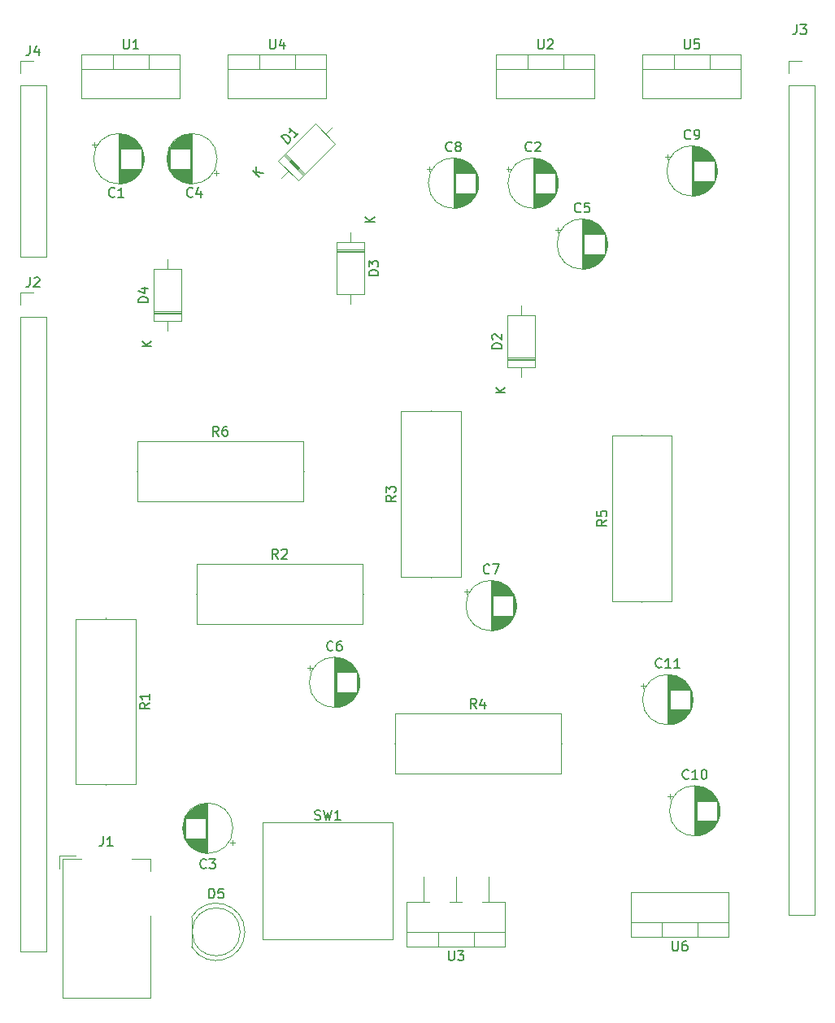
<source format=gbr>
%TF.GenerationSoftware,KiCad,Pcbnew,7.0.5-7.0.5~ubuntu22.04.1*%
%TF.CreationDate,2023-06-13T13:59:49-03:00*%
%TF.ProjectId,Fonte_tensao_LM675,466f6e74-655f-4746-956e-73616f5f4c4d,v01*%
%TF.SameCoordinates,Original*%
%TF.FileFunction,Legend,Top*%
%TF.FilePolarity,Positive*%
%FSLAX46Y46*%
G04 Gerber Fmt 4.6, Leading zero omitted, Abs format (unit mm)*
G04 Created by KiCad (PCBNEW 7.0.5-7.0.5~ubuntu22.04.1) date 2023-06-13 13:59:49*
%MOMM*%
%LPD*%
G01*
G04 APERTURE LIST*
%ADD10C,0.150000*%
%ADD11C,0.120000*%
G04 APERTURE END LIST*
D10*
%TO.C,J1*%
X113966666Y-136654819D02*
X113966666Y-137369104D01*
X113966666Y-137369104D02*
X113919047Y-137511961D01*
X113919047Y-137511961D02*
X113823809Y-137607200D01*
X113823809Y-137607200D02*
X113680952Y-137654819D01*
X113680952Y-137654819D02*
X113585714Y-137654819D01*
X114966666Y-137654819D02*
X114395238Y-137654819D01*
X114680952Y-137654819D02*
X114680952Y-136654819D01*
X114680952Y-136654819D02*
X114585714Y-136797676D01*
X114585714Y-136797676D02*
X114490476Y-136892914D01*
X114490476Y-136892914D02*
X114395238Y-136940533D01*
%TO.C,U3*%
X149938095Y-148574819D02*
X149938095Y-149384342D01*
X149938095Y-149384342D02*
X149985714Y-149479580D01*
X149985714Y-149479580D02*
X150033333Y-149527200D01*
X150033333Y-149527200D02*
X150128571Y-149574819D01*
X150128571Y-149574819D02*
X150319047Y-149574819D01*
X150319047Y-149574819D02*
X150414285Y-149527200D01*
X150414285Y-149527200D02*
X150461904Y-149479580D01*
X150461904Y-149479580D02*
X150509523Y-149384342D01*
X150509523Y-149384342D02*
X150509523Y-148574819D01*
X150890476Y-148574819D02*
X151509523Y-148574819D01*
X151509523Y-148574819D02*
X151176190Y-148955771D01*
X151176190Y-148955771D02*
X151319047Y-148955771D01*
X151319047Y-148955771D02*
X151414285Y-149003390D01*
X151414285Y-149003390D02*
X151461904Y-149051009D01*
X151461904Y-149051009D02*
X151509523Y-149146247D01*
X151509523Y-149146247D02*
X151509523Y-149384342D01*
X151509523Y-149384342D02*
X151461904Y-149479580D01*
X151461904Y-149479580D02*
X151414285Y-149527200D01*
X151414285Y-149527200D02*
X151319047Y-149574819D01*
X151319047Y-149574819D02*
X151033333Y-149574819D01*
X151033333Y-149574819D02*
X150938095Y-149527200D01*
X150938095Y-149527200D02*
X150890476Y-149479580D01*
%TO.C,C2*%
X158563333Y-65189580D02*
X158515714Y-65237200D01*
X158515714Y-65237200D02*
X158372857Y-65284819D01*
X158372857Y-65284819D02*
X158277619Y-65284819D01*
X158277619Y-65284819D02*
X158134762Y-65237200D01*
X158134762Y-65237200D02*
X158039524Y-65141961D01*
X158039524Y-65141961D02*
X157991905Y-65046723D01*
X157991905Y-65046723D02*
X157944286Y-64856247D01*
X157944286Y-64856247D02*
X157944286Y-64713390D01*
X157944286Y-64713390D02*
X157991905Y-64522914D01*
X157991905Y-64522914D02*
X158039524Y-64427676D01*
X158039524Y-64427676D02*
X158134762Y-64332438D01*
X158134762Y-64332438D02*
X158277619Y-64284819D01*
X158277619Y-64284819D02*
X158372857Y-64284819D01*
X158372857Y-64284819D02*
X158515714Y-64332438D01*
X158515714Y-64332438D02*
X158563333Y-64380057D01*
X158944286Y-64380057D02*
X158991905Y-64332438D01*
X158991905Y-64332438D02*
X159087143Y-64284819D01*
X159087143Y-64284819D02*
X159325238Y-64284819D01*
X159325238Y-64284819D02*
X159420476Y-64332438D01*
X159420476Y-64332438D02*
X159468095Y-64380057D01*
X159468095Y-64380057D02*
X159515714Y-64475295D01*
X159515714Y-64475295D02*
X159515714Y-64570533D01*
X159515714Y-64570533D02*
X159468095Y-64713390D01*
X159468095Y-64713390D02*
X158896667Y-65284819D01*
X158896667Y-65284819D02*
X159515714Y-65284819D01*
%TO.C,C6*%
X137883333Y-117209580D02*
X137835714Y-117257200D01*
X137835714Y-117257200D02*
X137692857Y-117304819D01*
X137692857Y-117304819D02*
X137597619Y-117304819D01*
X137597619Y-117304819D02*
X137454762Y-117257200D01*
X137454762Y-117257200D02*
X137359524Y-117161961D01*
X137359524Y-117161961D02*
X137311905Y-117066723D01*
X137311905Y-117066723D02*
X137264286Y-116876247D01*
X137264286Y-116876247D02*
X137264286Y-116733390D01*
X137264286Y-116733390D02*
X137311905Y-116542914D01*
X137311905Y-116542914D02*
X137359524Y-116447676D01*
X137359524Y-116447676D02*
X137454762Y-116352438D01*
X137454762Y-116352438D02*
X137597619Y-116304819D01*
X137597619Y-116304819D02*
X137692857Y-116304819D01*
X137692857Y-116304819D02*
X137835714Y-116352438D01*
X137835714Y-116352438D02*
X137883333Y-116400057D01*
X138740476Y-116304819D02*
X138550000Y-116304819D01*
X138550000Y-116304819D02*
X138454762Y-116352438D01*
X138454762Y-116352438D02*
X138407143Y-116400057D01*
X138407143Y-116400057D02*
X138311905Y-116542914D01*
X138311905Y-116542914D02*
X138264286Y-116733390D01*
X138264286Y-116733390D02*
X138264286Y-117114342D01*
X138264286Y-117114342D02*
X138311905Y-117209580D01*
X138311905Y-117209580D02*
X138359524Y-117257200D01*
X138359524Y-117257200D02*
X138454762Y-117304819D01*
X138454762Y-117304819D02*
X138645238Y-117304819D01*
X138645238Y-117304819D02*
X138740476Y-117257200D01*
X138740476Y-117257200D02*
X138788095Y-117209580D01*
X138788095Y-117209580D02*
X138835714Y-117114342D01*
X138835714Y-117114342D02*
X138835714Y-116876247D01*
X138835714Y-116876247D02*
X138788095Y-116781009D01*
X138788095Y-116781009D02*
X138740476Y-116733390D01*
X138740476Y-116733390D02*
X138645238Y-116685771D01*
X138645238Y-116685771D02*
X138454762Y-116685771D01*
X138454762Y-116685771D02*
X138359524Y-116733390D01*
X138359524Y-116733390D02*
X138311905Y-116781009D01*
X138311905Y-116781009D02*
X138264286Y-116876247D01*
%TO.C,R1*%
X118774819Y-122766666D02*
X118298628Y-123099999D01*
X118774819Y-123338094D02*
X117774819Y-123338094D01*
X117774819Y-123338094D02*
X117774819Y-122957142D01*
X117774819Y-122957142D02*
X117822438Y-122861904D01*
X117822438Y-122861904D02*
X117870057Y-122814285D01*
X117870057Y-122814285D02*
X117965295Y-122766666D01*
X117965295Y-122766666D02*
X118108152Y-122766666D01*
X118108152Y-122766666D02*
X118203390Y-122814285D01*
X118203390Y-122814285D02*
X118251009Y-122861904D01*
X118251009Y-122861904D02*
X118298628Y-122957142D01*
X118298628Y-122957142D02*
X118298628Y-123338094D01*
X118774819Y-121814285D02*
X118774819Y-122385713D01*
X118774819Y-122099999D02*
X117774819Y-122099999D01*
X117774819Y-122099999D02*
X117917676Y-122195237D01*
X117917676Y-122195237D02*
X118012914Y-122290475D01*
X118012914Y-122290475D02*
X118060533Y-122385713D01*
%TO.C,D2*%
X155464819Y-85828094D02*
X154464819Y-85828094D01*
X154464819Y-85828094D02*
X154464819Y-85589999D01*
X154464819Y-85589999D02*
X154512438Y-85447142D01*
X154512438Y-85447142D02*
X154607676Y-85351904D01*
X154607676Y-85351904D02*
X154702914Y-85304285D01*
X154702914Y-85304285D02*
X154893390Y-85256666D01*
X154893390Y-85256666D02*
X155036247Y-85256666D01*
X155036247Y-85256666D02*
X155226723Y-85304285D01*
X155226723Y-85304285D02*
X155321961Y-85351904D01*
X155321961Y-85351904D02*
X155417200Y-85447142D01*
X155417200Y-85447142D02*
X155464819Y-85589999D01*
X155464819Y-85589999D02*
X155464819Y-85828094D01*
X154560057Y-84875713D02*
X154512438Y-84828094D01*
X154512438Y-84828094D02*
X154464819Y-84732856D01*
X154464819Y-84732856D02*
X154464819Y-84494761D01*
X154464819Y-84494761D02*
X154512438Y-84399523D01*
X154512438Y-84399523D02*
X154560057Y-84351904D01*
X154560057Y-84351904D02*
X154655295Y-84304285D01*
X154655295Y-84304285D02*
X154750533Y-84304285D01*
X154750533Y-84304285D02*
X154893390Y-84351904D01*
X154893390Y-84351904D02*
X155464819Y-84923332D01*
X155464819Y-84923332D02*
X155464819Y-84304285D01*
X155834819Y-90431904D02*
X154834819Y-90431904D01*
X155834819Y-89860476D02*
X155263390Y-90289047D01*
X154834819Y-89860476D02*
X155406247Y-90431904D01*
%TO.C,U1*%
X116078095Y-53604819D02*
X116078095Y-54414342D01*
X116078095Y-54414342D02*
X116125714Y-54509580D01*
X116125714Y-54509580D02*
X116173333Y-54557200D01*
X116173333Y-54557200D02*
X116268571Y-54604819D01*
X116268571Y-54604819D02*
X116459047Y-54604819D01*
X116459047Y-54604819D02*
X116554285Y-54557200D01*
X116554285Y-54557200D02*
X116601904Y-54509580D01*
X116601904Y-54509580D02*
X116649523Y-54414342D01*
X116649523Y-54414342D02*
X116649523Y-53604819D01*
X117649523Y-54604819D02*
X117078095Y-54604819D01*
X117363809Y-54604819D02*
X117363809Y-53604819D01*
X117363809Y-53604819D02*
X117268571Y-53747676D01*
X117268571Y-53747676D02*
X117173333Y-53842914D01*
X117173333Y-53842914D02*
X117078095Y-53890533D01*
%TO.C,D4*%
X118634819Y-81002094D02*
X117634819Y-81002094D01*
X117634819Y-81002094D02*
X117634819Y-80763999D01*
X117634819Y-80763999D02*
X117682438Y-80621142D01*
X117682438Y-80621142D02*
X117777676Y-80525904D01*
X117777676Y-80525904D02*
X117872914Y-80478285D01*
X117872914Y-80478285D02*
X118063390Y-80430666D01*
X118063390Y-80430666D02*
X118206247Y-80430666D01*
X118206247Y-80430666D02*
X118396723Y-80478285D01*
X118396723Y-80478285D02*
X118491961Y-80525904D01*
X118491961Y-80525904D02*
X118587200Y-80621142D01*
X118587200Y-80621142D02*
X118634819Y-80763999D01*
X118634819Y-80763999D02*
X118634819Y-81002094D01*
X117968152Y-79573523D02*
X118634819Y-79573523D01*
X117587200Y-79811618D02*
X118301485Y-80049713D01*
X118301485Y-80049713D02*
X118301485Y-79430666D01*
X119004819Y-85605904D02*
X118004819Y-85605904D01*
X119004819Y-85034476D02*
X118433390Y-85463047D01*
X118004819Y-85034476D02*
X118576247Y-85605904D01*
%TO.C,C10*%
X174916030Y-130594580D02*
X174868411Y-130642200D01*
X174868411Y-130642200D02*
X174725554Y-130689819D01*
X174725554Y-130689819D02*
X174630316Y-130689819D01*
X174630316Y-130689819D02*
X174487459Y-130642200D01*
X174487459Y-130642200D02*
X174392221Y-130546961D01*
X174392221Y-130546961D02*
X174344602Y-130451723D01*
X174344602Y-130451723D02*
X174296983Y-130261247D01*
X174296983Y-130261247D02*
X174296983Y-130118390D01*
X174296983Y-130118390D02*
X174344602Y-129927914D01*
X174344602Y-129927914D02*
X174392221Y-129832676D01*
X174392221Y-129832676D02*
X174487459Y-129737438D01*
X174487459Y-129737438D02*
X174630316Y-129689819D01*
X174630316Y-129689819D02*
X174725554Y-129689819D01*
X174725554Y-129689819D02*
X174868411Y-129737438D01*
X174868411Y-129737438D02*
X174916030Y-129785057D01*
X175868411Y-130689819D02*
X175296983Y-130689819D01*
X175582697Y-130689819D02*
X175582697Y-129689819D01*
X175582697Y-129689819D02*
X175487459Y-129832676D01*
X175487459Y-129832676D02*
X175392221Y-129927914D01*
X175392221Y-129927914D02*
X175296983Y-129975533D01*
X176487459Y-129689819D02*
X176582697Y-129689819D01*
X176582697Y-129689819D02*
X176677935Y-129737438D01*
X176677935Y-129737438D02*
X176725554Y-129785057D01*
X176725554Y-129785057D02*
X176773173Y-129880295D01*
X176773173Y-129880295D02*
X176820792Y-130070771D01*
X176820792Y-130070771D02*
X176820792Y-130308866D01*
X176820792Y-130308866D02*
X176773173Y-130499342D01*
X176773173Y-130499342D02*
X176725554Y-130594580D01*
X176725554Y-130594580D02*
X176677935Y-130642200D01*
X176677935Y-130642200D02*
X176582697Y-130689819D01*
X176582697Y-130689819D02*
X176487459Y-130689819D01*
X176487459Y-130689819D02*
X176392221Y-130642200D01*
X176392221Y-130642200D02*
X176344602Y-130594580D01*
X176344602Y-130594580D02*
X176296983Y-130499342D01*
X176296983Y-130499342D02*
X176249364Y-130308866D01*
X176249364Y-130308866D02*
X176249364Y-130070771D01*
X176249364Y-130070771D02*
X176296983Y-129880295D01*
X176296983Y-129880295D02*
X176344602Y-129785057D01*
X176344602Y-129785057D02*
X176392221Y-129737438D01*
X176392221Y-129737438D02*
X176487459Y-129689819D01*
%TO.C,J3*%
X186191666Y-52069819D02*
X186191666Y-52784104D01*
X186191666Y-52784104D02*
X186144047Y-52926961D01*
X186144047Y-52926961D02*
X186048809Y-53022200D01*
X186048809Y-53022200D02*
X185905952Y-53069819D01*
X185905952Y-53069819D02*
X185810714Y-53069819D01*
X186572619Y-52069819D02*
X187191666Y-52069819D01*
X187191666Y-52069819D02*
X186858333Y-52450771D01*
X186858333Y-52450771D02*
X187001190Y-52450771D01*
X187001190Y-52450771D02*
X187096428Y-52498390D01*
X187096428Y-52498390D02*
X187144047Y-52546009D01*
X187144047Y-52546009D02*
X187191666Y-52641247D01*
X187191666Y-52641247D02*
X187191666Y-52879342D01*
X187191666Y-52879342D02*
X187144047Y-52974580D01*
X187144047Y-52974580D02*
X187096428Y-53022200D01*
X187096428Y-53022200D02*
X187001190Y-53069819D01*
X187001190Y-53069819D02*
X186715476Y-53069819D01*
X186715476Y-53069819D02*
X186620238Y-53022200D01*
X186620238Y-53022200D02*
X186572619Y-52974580D01*
%TO.C,R4*%
X152833333Y-123334819D02*
X152500000Y-122858628D01*
X152261905Y-123334819D02*
X152261905Y-122334819D01*
X152261905Y-122334819D02*
X152642857Y-122334819D01*
X152642857Y-122334819D02*
X152738095Y-122382438D01*
X152738095Y-122382438D02*
X152785714Y-122430057D01*
X152785714Y-122430057D02*
X152833333Y-122525295D01*
X152833333Y-122525295D02*
X152833333Y-122668152D01*
X152833333Y-122668152D02*
X152785714Y-122763390D01*
X152785714Y-122763390D02*
X152738095Y-122811009D01*
X152738095Y-122811009D02*
X152642857Y-122858628D01*
X152642857Y-122858628D02*
X152261905Y-122858628D01*
X153690476Y-122668152D02*
X153690476Y-123334819D01*
X153452381Y-122287200D02*
X153214286Y-123001485D01*
X153214286Y-123001485D02*
X153833333Y-123001485D01*
%TO.C,U6*%
X173238095Y-147579819D02*
X173238095Y-148389342D01*
X173238095Y-148389342D02*
X173285714Y-148484580D01*
X173285714Y-148484580D02*
X173333333Y-148532200D01*
X173333333Y-148532200D02*
X173428571Y-148579819D01*
X173428571Y-148579819D02*
X173619047Y-148579819D01*
X173619047Y-148579819D02*
X173714285Y-148532200D01*
X173714285Y-148532200D02*
X173761904Y-148484580D01*
X173761904Y-148484580D02*
X173809523Y-148389342D01*
X173809523Y-148389342D02*
X173809523Y-147579819D01*
X174714285Y-147579819D02*
X174523809Y-147579819D01*
X174523809Y-147579819D02*
X174428571Y-147627438D01*
X174428571Y-147627438D02*
X174380952Y-147675057D01*
X174380952Y-147675057D02*
X174285714Y-147817914D01*
X174285714Y-147817914D02*
X174238095Y-148008390D01*
X174238095Y-148008390D02*
X174238095Y-148389342D01*
X174238095Y-148389342D02*
X174285714Y-148484580D01*
X174285714Y-148484580D02*
X174333333Y-148532200D01*
X174333333Y-148532200D02*
X174428571Y-148579819D01*
X174428571Y-148579819D02*
X174619047Y-148579819D01*
X174619047Y-148579819D02*
X174714285Y-148532200D01*
X174714285Y-148532200D02*
X174761904Y-148484580D01*
X174761904Y-148484580D02*
X174809523Y-148389342D01*
X174809523Y-148389342D02*
X174809523Y-148151247D01*
X174809523Y-148151247D02*
X174761904Y-148056009D01*
X174761904Y-148056009D02*
X174714285Y-148008390D01*
X174714285Y-148008390D02*
X174619047Y-147960771D01*
X174619047Y-147960771D02*
X174428571Y-147960771D01*
X174428571Y-147960771D02*
X174333333Y-148008390D01*
X174333333Y-148008390D02*
X174285714Y-148056009D01*
X174285714Y-148056009D02*
X174238095Y-148151247D01*
%TO.C,C9*%
X175113333Y-63919580D02*
X175065714Y-63967200D01*
X175065714Y-63967200D02*
X174922857Y-64014819D01*
X174922857Y-64014819D02*
X174827619Y-64014819D01*
X174827619Y-64014819D02*
X174684762Y-63967200D01*
X174684762Y-63967200D02*
X174589524Y-63871961D01*
X174589524Y-63871961D02*
X174541905Y-63776723D01*
X174541905Y-63776723D02*
X174494286Y-63586247D01*
X174494286Y-63586247D02*
X174494286Y-63443390D01*
X174494286Y-63443390D02*
X174541905Y-63252914D01*
X174541905Y-63252914D02*
X174589524Y-63157676D01*
X174589524Y-63157676D02*
X174684762Y-63062438D01*
X174684762Y-63062438D02*
X174827619Y-63014819D01*
X174827619Y-63014819D02*
X174922857Y-63014819D01*
X174922857Y-63014819D02*
X175065714Y-63062438D01*
X175065714Y-63062438D02*
X175113333Y-63110057D01*
X175589524Y-64014819D02*
X175780000Y-64014819D01*
X175780000Y-64014819D02*
X175875238Y-63967200D01*
X175875238Y-63967200D02*
X175922857Y-63919580D01*
X175922857Y-63919580D02*
X176018095Y-63776723D01*
X176018095Y-63776723D02*
X176065714Y-63586247D01*
X176065714Y-63586247D02*
X176065714Y-63205295D01*
X176065714Y-63205295D02*
X176018095Y-63110057D01*
X176018095Y-63110057D02*
X175970476Y-63062438D01*
X175970476Y-63062438D02*
X175875238Y-63014819D01*
X175875238Y-63014819D02*
X175684762Y-63014819D01*
X175684762Y-63014819D02*
X175589524Y-63062438D01*
X175589524Y-63062438D02*
X175541905Y-63110057D01*
X175541905Y-63110057D02*
X175494286Y-63205295D01*
X175494286Y-63205295D02*
X175494286Y-63443390D01*
X175494286Y-63443390D02*
X175541905Y-63538628D01*
X175541905Y-63538628D02*
X175589524Y-63586247D01*
X175589524Y-63586247D02*
X175684762Y-63633866D01*
X175684762Y-63633866D02*
X175875238Y-63633866D01*
X175875238Y-63633866D02*
X175970476Y-63586247D01*
X175970476Y-63586247D02*
X176018095Y-63538628D01*
X176018095Y-63538628D02*
X176065714Y-63443390D01*
%TO.C,R5*%
X166387819Y-103671666D02*
X165911628Y-104004999D01*
X166387819Y-104243094D02*
X165387819Y-104243094D01*
X165387819Y-104243094D02*
X165387819Y-103862142D01*
X165387819Y-103862142D02*
X165435438Y-103766904D01*
X165435438Y-103766904D02*
X165483057Y-103719285D01*
X165483057Y-103719285D02*
X165578295Y-103671666D01*
X165578295Y-103671666D02*
X165721152Y-103671666D01*
X165721152Y-103671666D02*
X165816390Y-103719285D01*
X165816390Y-103719285D02*
X165864009Y-103766904D01*
X165864009Y-103766904D02*
X165911628Y-103862142D01*
X165911628Y-103862142D02*
X165911628Y-104243094D01*
X165387819Y-102766904D02*
X165387819Y-103243094D01*
X165387819Y-103243094D02*
X165864009Y-103290713D01*
X165864009Y-103290713D02*
X165816390Y-103243094D01*
X165816390Y-103243094D02*
X165768771Y-103147856D01*
X165768771Y-103147856D02*
X165768771Y-102909761D01*
X165768771Y-102909761D02*
X165816390Y-102814523D01*
X165816390Y-102814523D02*
X165864009Y-102766904D01*
X165864009Y-102766904D02*
X165959247Y-102719285D01*
X165959247Y-102719285D02*
X166197342Y-102719285D01*
X166197342Y-102719285D02*
X166292580Y-102766904D01*
X166292580Y-102766904D02*
X166340200Y-102814523D01*
X166340200Y-102814523D02*
X166387819Y-102909761D01*
X166387819Y-102909761D02*
X166387819Y-103147856D01*
X166387819Y-103147856D02*
X166340200Y-103243094D01*
X166340200Y-103243094D02*
X166292580Y-103290713D01*
%TO.C,U2*%
X159258095Y-53604819D02*
X159258095Y-54414342D01*
X159258095Y-54414342D02*
X159305714Y-54509580D01*
X159305714Y-54509580D02*
X159353333Y-54557200D01*
X159353333Y-54557200D02*
X159448571Y-54604819D01*
X159448571Y-54604819D02*
X159639047Y-54604819D01*
X159639047Y-54604819D02*
X159734285Y-54557200D01*
X159734285Y-54557200D02*
X159781904Y-54509580D01*
X159781904Y-54509580D02*
X159829523Y-54414342D01*
X159829523Y-54414342D02*
X159829523Y-53604819D01*
X160258095Y-53700057D02*
X160305714Y-53652438D01*
X160305714Y-53652438D02*
X160400952Y-53604819D01*
X160400952Y-53604819D02*
X160639047Y-53604819D01*
X160639047Y-53604819D02*
X160734285Y-53652438D01*
X160734285Y-53652438D02*
X160781904Y-53700057D01*
X160781904Y-53700057D02*
X160829523Y-53795295D01*
X160829523Y-53795295D02*
X160829523Y-53890533D01*
X160829523Y-53890533D02*
X160781904Y-54033390D01*
X160781904Y-54033390D02*
X160210476Y-54604819D01*
X160210476Y-54604819D02*
X160829523Y-54604819D01*
%TO.C,C8*%
X150278221Y-65189580D02*
X150230602Y-65237200D01*
X150230602Y-65237200D02*
X150087745Y-65284819D01*
X150087745Y-65284819D02*
X149992507Y-65284819D01*
X149992507Y-65284819D02*
X149849650Y-65237200D01*
X149849650Y-65237200D02*
X149754412Y-65141961D01*
X149754412Y-65141961D02*
X149706793Y-65046723D01*
X149706793Y-65046723D02*
X149659174Y-64856247D01*
X149659174Y-64856247D02*
X149659174Y-64713390D01*
X149659174Y-64713390D02*
X149706793Y-64522914D01*
X149706793Y-64522914D02*
X149754412Y-64427676D01*
X149754412Y-64427676D02*
X149849650Y-64332438D01*
X149849650Y-64332438D02*
X149992507Y-64284819D01*
X149992507Y-64284819D02*
X150087745Y-64284819D01*
X150087745Y-64284819D02*
X150230602Y-64332438D01*
X150230602Y-64332438D02*
X150278221Y-64380057D01*
X150849650Y-64713390D02*
X150754412Y-64665771D01*
X150754412Y-64665771D02*
X150706793Y-64618152D01*
X150706793Y-64618152D02*
X150659174Y-64522914D01*
X150659174Y-64522914D02*
X150659174Y-64475295D01*
X150659174Y-64475295D02*
X150706793Y-64380057D01*
X150706793Y-64380057D02*
X150754412Y-64332438D01*
X150754412Y-64332438D02*
X150849650Y-64284819D01*
X150849650Y-64284819D02*
X151040126Y-64284819D01*
X151040126Y-64284819D02*
X151135364Y-64332438D01*
X151135364Y-64332438D02*
X151182983Y-64380057D01*
X151182983Y-64380057D02*
X151230602Y-64475295D01*
X151230602Y-64475295D02*
X151230602Y-64522914D01*
X151230602Y-64522914D02*
X151182983Y-64618152D01*
X151182983Y-64618152D02*
X151135364Y-64665771D01*
X151135364Y-64665771D02*
X151040126Y-64713390D01*
X151040126Y-64713390D02*
X150849650Y-64713390D01*
X150849650Y-64713390D02*
X150754412Y-64761009D01*
X150754412Y-64761009D02*
X150706793Y-64808628D01*
X150706793Y-64808628D02*
X150659174Y-64903866D01*
X150659174Y-64903866D02*
X150659174Y-65094342D01*
X150659174Y-65094342D02*
X150706793Y-65189580D01*
X150706793Y-65189580D02*
X150754412Y-65237200D01*
X150754412Y-65237200D02*
X150849650Y-65284819D01*
X150849650Y-65284819D02*
X151040126Y-65284819D01*
X151040126Y-65284819D02*
X151135364Y-65237200D01*
X151135364Y-65237200D02*
X151182983Y-65189580D01*
X151182983Y-65189580D02*
X151230602Y-65094342D01*
X151230602Y-65094342D02*
X151230602Y-64903866D01*
X151230602Y-64903866D02*
X151182983Y-64808628D01*
X151182983Y-64808628D02*
X151135364Y-64761009D01*
X151135364Y-64761009D02*
X151040126Y-64713390D01*
%TO.C,J4*%
X106346666Y-54274819D02*
X106346666Y-54989104D01*
X106346666Y-54989104D02*
X106299047Y-55131961D01*
X106299047Y-55131961D02*
X106203809Y-55227200D01*
X106203809Y-55227200D02*
X106060952Y-55274819D01*
X106060952Y-55274819D02*
X105965714Y-55274819D01*
X107251428Y-54608152D02*
X107251428Y-55274819D01*
X107013333Y-54227200D02*
X106775238Y-54941485D01*
X106775238Y-54941485D02*
X107394285Y-54941485D01*
%TO.C,J2*%
X106346666Y-78404819D02*
X106346666Y-79119104D01*
X106346666Y-79119104D02*
X106299047Y-79261961D01*
X106299047Y-79261961D02*
X106203809Y-79357200D01*
X106203809Y-79357200D02*
X106060952Y-79404819D01*
X106060952Y-79404819D02*
X105965714Y-79404819D01*
X106775238Y-78500057D02*
X106822857Y-78452438D01*
X106822857Y-78452438D02*
X106918095Y-78404819D01*
X106918095Y-78404819D02*
X107156190Y-78404819D01*
X107156190Y-78404819D02*
X107251428Y-78452438D01*
X107251428Y-78452438D02*
X107299047Y-78500057D01*
X107299047Y-78500057D02*
X107346666Y-78595295D01*
X107346666Y-78595295D02*
X107346666Y-78690533D01*
X107346666Y-78690533D02*
X107299047Y-78833390D01*
X107299047Y-78833390D02*
X106727619Y-79404819D01*
X106727619Y-79404819D02*
X107346666Y-79404819D01*
%TO.C,SW1*%
X136016667Y-134871200D02*
X136159524Y-134918819D01*
X136159524Y-134918819D02*
X136397619Y-134918819D01*
X136397619Y-134918819D02*
X136492857Y-134871200D01*
X136492857Y-134871200D02*
X136540476Y-134823580D01*
X136540476Y-134823580D02*
X136588095Y-134728342D01*
X136588095Y-134728342D02*
X136588095Y-134633104D01*
X136588095Y-134633104D02*
X136540476Y-134537866D01*
X136540476Y-134537866D02*
X136492857Y-134490247D01*
X136492857Y-134490247D02*
X136397619Y-134442628D01*
X136397619Y-134442628D02*
X136207143Y-134395009D01*
X136207143Y-134395009D02*
X136111905Y-134347390D01*
X136111905Y-134347390D02*
X136064286Y-134299771D01*
X136064286Y-134299771D02*
X136016667Y-134204533D01*
X136016667Y-134204533D02*
X136016667Y-134109295D01*
X136016667Y-134109295D02*
X136064286Y-134014057D01*
X136064286Y-134014057D02*
X136111905Y-133966438D01*
X136111905Y-133966438D02*
X136207143Y-133918819D01*
X136207143Y-133918819D02*
X136445238Y-133918819D01*
X136445238Y-133918819D02*
X136588095Y-133966438D01*
X136921429Y-133918819D02*
X137159524Y-134918819D01*
X137159524Y-134918819D02*
X137350000Y-134204533D01*
X137350000Y-134204533D02*
X137540476Y-134918819D01*
X137540476Y-134918819D02*
X137778572Y-133918819D01*
X138683333Y-134918819D02*
X138111905Y-134918819D01*
X138397619Y-134918819D02*
X138397619Y-133918819D01*
X138397619Y-133918819D02*
X138302381Y-134061676D01*
X138302381Y-134061676D02*
X138207143Y-134156914D01*
X138207143Y-134156914D02*
X138111905Y-134204533D01*
%TO.C,R2*%
X132167333Y-107713819D02*
X131834000Y-107237628D01*
X131595905Y-107713819D02*
X131595905Y-106713819D01*
X131595905Y-106713819D02*
X131976857Y-106713819D01*
X131976857Y-106713819D02*
X132072095Y-106761438D01*
X132072095Y-106761438D02*
X132119714Y-106809057D01*
X132119714Y-106809057D02*
X132167333Y-106904295D01*
X132167333Y-106904295D02*
X132167333Y-107047152D01*
X132167333Y-107047152D02*
X132119714Y-107142390D01*
X132119714Y-107142390D02*
X132072095Y-107190009D01*
X132072095Y-107190009D02*
X131976857Y-107237628D01*
X131976857Y-107237628D02*
X131595905Y-107237628D01*
X132548286Y-106809057D02*
X132595905Y-106761438D01*
X132595905Y-106761438D02*
X132691143Y-106713819D01*
X132691143Y-106713819D02*
X132929238Y-106713819D01*
X132929238Y-106713819D02*
X133024476Y-106761438D01*
X133024476Y-106761438D02*
X133072095Y-106809057D01*
X133072095Y-106809057D02*
X133119714Y-106904295D01*
X133119714Y-106904295D02*
X133119714Y-106999533D01*
X133119714Y-106999533D02*
X133072095Y-107142390D01*
X133072095Y-107142390D02*
X132500667Y-107713819D01*
X132500667Y-107713819D02*
X133119714Y-107713819D01*
%TO.C,U4*%
X131318095Y-53604819D02*
X131318095Y-54414342D01*
X131318095Y-54414342D02*
X131365714Y-54509580D01*
X131365714Y-54509580D02*
X131413333Y-54557200D01*
X131413333Y-54557200D02*
X131508571Y-54604819D01*
X131508571Y-54604819D02*
X131699047Y-54604819D01*
X131699047Y-54604819D02*
X131794285Y-54557200D01*
X131794285Y-54557200D02*
X131841904Y-54509580D01*
X131841904Y-54509580D02*
X131889523Y-54414342D01*
X131889523Y-54414342D02*
X131889523Y-53604819D01*
X132794285Y-53938152D02*
X132794285Y-54604819D01*
X132556190Y-53557200D02*
X132318095Y-54271485D01*
X132318095Y-54271485D02*
X132937142Y-54271485D01*
%TO.C,C5*%
X163683333Y-71539580D02*
X163635714Y-71587200D01*
X163635714Y-71587200D02*
X163492857Y-71634819D01*
X163492857Y-71634819D02*
X163397619Y-71634819D01*
X163397619Y-71634819D02*
X163254762Y-71587200D01*
X163254762Y-71587200D02*
X163159524Y-71491961D01*
X163159524Y-71491961D02*
X163111905Y-71396723D01*
X163111905Y-71396723D02*
X163064286Y-71206247D01*
X163064286Y-71206247D02*
X163064286Y-71063390D01*
X163064286Y-71063390D02*
X163111905Y-70872914D01*
X163111905Y-70872914D02*
X163159524Y-70777676D01*
X163159524Y-70777676D02*
X163254762Y-70682438D01*
X163254762Y-70682438D02*
X163397619Y-70634819D01*
X163397619Y-70634819D02*
X163492857Y-70634819D01*
X163492857Y-70634819D02*
X163635714Y-70682438D01*
X163635714Y-70682438D02*
X163683333Y-70730057D01*
X164588095Y-70634819D02*
X164111905Y-70634819D01*
X164111905Y-70634819D02*
X164064286Y-71111009D01*
X164064286Y-71111009D02*
X164111905Y-71063390D01*
X164111905Y-71063390D02*
X164207143Y-71015771D01*
X164207143Y-71015771D02*
X164445238Y-71015771D01*
X164445238Y-71015771D02*
X164540476Y-71063390D01*
X164540476Y-71063390D02*
X164588095Y-71111009D01*
X164588095Y-71111009D02*
X164635714Y-71206247D01*
X164635714Y-71206247D02*
X164635714Y-71444342D01*
X164635714Y-71444342D02*
X164588095Y-71539580D01*
X164588095Y-71539580D02*
X164540476Y-71587200D01*
X164540476Y-71587200D02*
X164445238Y-71634819D01*
X164445238Y-71634819D02*
X164207143Y-71634819D01*
X164207143Y-71634819D02*
X164111905Y-71587200D01*
X164111905Y-71587200D02*
X164064286Y-71539580D01*
%TO.C,U5*%
X174498095Y-53604819D02*
X174498095Y-54414342D01*
X174498095Y-54414342D02*
X174545714Y-54509580D01*
X174545714Y-54509580D02*
X174593333Y-54557200D01*
X174593333Y-54557200D02*
X174688571Y-54604819D01*
X174688571Y-54604819D02*
X174879047Y-54604819D01*
X174879047Y-54604819D02*
X174974285Y-54557200D01*
X174974285Y-54557200D02*
X175021904Y-54509580D01*
X175021904Y-54509580D02*
X175069523Y-54414342D01*
X175069523Y-54414342D02*
X175069523Y-53604819D01*
X176021904Y-53604819D02*
X175545714Y-53604819D01*
X175545714Y-53604819D02*
X175498095Y-54081009D01*
X175498095Y-54081009D02*
X175545714Y-54033390D01*
X175545714Y-54033390D02*
X175640952Y-53985771D01*
X175640952Y-53985771D02*
X175879047Y-53985771D01*
X175879047Y-53985771D02*
X175974285Y-54033390D01*
X175974285Y-54033390D02*
X176021904Y-54081009D01*
X176021904Y-54081009D02*
X176069523Y-54176247D01*
X176069523Y-54176247D02*
X176069523Y-54414342D01*
X176069523Y-54414342D02*
X176021904Y-54509580D01*
X176021904Y-54509580D02*
X175974285Y-54557200D01*
X175974285Y-54557200D02*
X175879047Y-54604819D01*
X175879047Y-54604819D02*
X175640952Y-54604819D01*
X175640952Y-54604819D02*
X175545714Y-54557200D01*
X175545714Y-54557200D02*
X175498095Y-54509580D01*
%TO.C,C7*%
X154183333Y-109209580D02*
X154135714Y-109257200D01*
X154135714Y-109257200D02*
X153992857Y-109304819D01*
X153992857Y-109304819D02*
X153897619Y-109304819D01*
X153897619Y-109304819D02*
X153754762Y-109257200D01*
X153754762Y-109257200D02*
X153659524Y-109161961D01*
X153659524Y-109161961D02*
X153611905Y-109066723D01*
X153611905Y-109066723D02*
X153564286Y-108876247D01*
X153564286Y-108876247D02*
X153564286Y-108733390D01*
X153564286Y-108733390D02*
X153611905Y-108542914D01*
X153611905Y-108542914D02*
X153659524Y-108447676D01*
X153659524Y-108447676D02*
X153754762Y-108352438D01*
X153754762Y-108352438D02*
X153897619Y-108304819D01*
X153897619Y-108304819D02*
X153992857Y-108304819D01*
X153992857Y-108304819D02*
X154135714Y-108352438D01*
X154135714Y-108352438D02*
X154183333Y-108400057D01*
X154516667Y-108304819D02*
X155183333Y-108304819D01*
X155183333Y-108304819D02*
X154754762Y-109304819D01*
%TO.C,C1*%
X115149333Y-69955580D02*
X115101714Y-70003200D01*
X115101714Y-70003200D02*
X114958857Y-70050819D01*
X114958857Y-70050819D02*
X114863619Y-70050819D01*
X114863619Y-70050819D02*
X114720762Y-70003200D01*
X114720762Y-70003200D02*
X114625524Y-69907961D01*
X114625524Y-69907961D02*
X114577905Y-69812723D01*
X114577905Y-69812723D02*
X114530286Y-69622247D01*
X114530286Y-69622247D02*
X114530286Y-69479390D01*
X114530286Y-69479390D02*
X114577905Y-69288914D01*
X114577905Y-69288914D02*
X114625524Y-69193676D01*
X114625524Y-69193676D02*
X114720762Y-69098438D01*
X114720762Y-69098438D02*
X114863619Y-69050819D01*
X114863619Y-69050819D02*
X114958857Y-69050819D01*
X114958857Y-69050819D02*
X115101714Y-69098438D01*
X115101714Y-69098438D02*
X115149333Y-69146057D01*
X116101714Y-70050819D02*
X115530286Y-70050819D01*
X115816000Y-70050819D02*
X115816000Y-69050819D01*
X115816000Y-69050819D02*
X115720762Y-69193676D01*
X115720762Y-69193676D02*
X115625524Y-69288914D01*
X115625524Y-69288914D02*
X115530286Y-69336533D01*
%TO.C,R3*%
X144416819Y-101131666D02*
X143940628Y-101464999D01*
X144416819Y-101703094D02*
X143416819Y-101703094D01*
X143416819Y-101703094D02*
X143416819Y-101322142D01*
X143416819Y-101322142D02*
X143464438Y-101226904D01*
X143464438Y-101226904D02*
X143512057Y-101179285D01*
X143512057Y-101179285D02*
X143607295Y-101131666D01*
X143607295Y-101131666D02*
X143750152Y-101131666D01*
X143750152Y-101131666D02*
X143845390Y-101179285D01*
X143845390Y-101179285D02*
X143893009Y-101226904D01*
X143893009Y-101226904D02*
X143940628Y-101322142D01*
X143940628Y-101322142D02*
X143940628Y-101703094D01*
X143416819Y-100798332D02*
X143416819Y-100179285D01*
X143416819Y-100179285D02*
X143797771Y-100512618D01*
X143797771Y-100512618D02*
X143797771Y-100369761D01*
X143797771Y-100369761D02*
X143845390Y-100274523D01*
X143845390Y-100274523D02*
X143893009Y-100226904D01*
X143893009Y-100226904D02*
X143988247Y-100179285D01*
X143988247Y-100179285D02*
X144226342Y-100179285D01*
X144226342Y-100179285D02*
X144321580Y-100226904D01*
X144321580Y-100226904D02*
X144369200Y-100274523D01*
X144369200Y-100274523D02*
X144416819Y-100369761D01*
X144416819Y-100369761D02*
X144416819Y-100655475D01*
X144416819Y-100655475D02*
X144369200Y-100750713D01*
X144369200Y-100750713D02*
X144321580Y-100798332D01*
%TO.C,D3*%
X142624819Y-78208094D02*
X141624819Y-78208094D01*
X141624819Y-78208094D02*
X141624819Y-77969999D01*
X141624819Y-77969999D02*
X141672438Y-77827142D01*
X141672438Y-77827142D02*
X141767676Y-77731904D01*
X141767676Y-77731904D02*
X141862914Y-77684285D01*
X141862914Y-77684285D02*
X142053390Y-77636666D01*
X142053390Y-77636666D02*
X142196247Y-77636666D01*
X142196247Y-77636666D02*
X142386723Y-77684285D01*
X142386723Y-77684285D02*
X142481961Y-77731904D01*
X142481961Y-77731904D02*
X142577200Y-77827142D01*
X142577200Y-77827142D02*
X142624819Y-77969999D01*
X142624819Y-77969999D02*
X142624819Y-78208094D01*
X141624819Y-77303332D02*
X141624819Y-76684285D01*
X141624819Y-76684285D02*
X142005771Y-77017618D01*
X142005771Y-77017618D02*
X142005771Y-76874761D01*
X142005771Y-76874761D02*
X142053390Y-76779523D01*
X142053390Y-76779523D02*
X142101009Y-76731904D01*
X142101009Y-76731904D02*
X142196247Y-76684285D01*
X142196247Y-76684285D02*
X142434342Y-76684285D01*
X142434342Y-76684285D02*
X142529580Y-76731904D01*
X142529580Y-76731904D02*
X142577200Y-76779523D01*
X142577200Y-76779523D02*
X142624819Y-76874761D01*
X142624819Y-76874761D02*
X142624819Y-77160475D01*
X142624819Y-77160475D02*
X142577200Y-77255713D01*
X142577200Y-77255713D02*
X142529580Y-77303332D01*
X142254819Y-72651904D02*
X141254819Y-72651904D01*
X142254819Y-72080476D02*
X141683390Y-72509047D01*
X141254819Y-72080476D02*
X141826247Y-72651904D01*
%TO.C,C11*%
X172107142Y-119009580D02*
X172059523Y-119057200D01*
X172059523Y-119057200D02*
X171916666Y-119104819D01*
X171916666Y-119104819D02*
X171821428Y-119104819D01*
X171821428Y-119104819D02*
X171678571Y-119057200D01*
X171678571Y-119057200D02*
X171583333Y-118961961D01*
X171583333Y-118961961D02*
X171535714Y-118866723D01*
X171535714Y-118866723D02*
X171488095Y-118676247D01*
X171488095Y-118676247D02*
X171488095Y-118533390D01*
X171488095Y-118533390D02*
X171535714Y-118342914D01*
X171535714Y-118342914D02*
X171583333Y-118247676D01*
X171583333Y-118247676D02*
X171678571Y-118152438D01*
X171678571Y-118152438D02*
X171821428Y-118104819D01*
X171821428Y-118104819D02*
X171916666Y-118104819D01*
X171916666Y-118104819D02*
X172059523Y-118152438D01*
X172059523Y-118152438D02*
X172107142Y-118200057D01*
X173059523Y-119104819D02*
X172488095Y-119104819D01*
X172773809Y-119104819D02*
X172773809Y-118104819D01*
X172773809Y-118104819D02*
X172678571Y-118247676D01*
X172678571Y-118247676D02*
X172583333Y-118342914D01*
X172583333Y-118342914D02*
X172488095Y-118390533D01*
X174011904Y-119104819D02*
X173440476Y-119104819D01*
X173726190Y-119104819D02*
X173726190Y-118104819D01*
X173726190Y-118104819D02*
X173630952Y-118247676D01*
X173630952Y-118247676D02*
X173535714Y-118342914D01*
X173535714Y-118342914D02*
X173440476Y-118390533D01*
%TO.C,C3*%
X124683333Y-139909580D02*
X124635714Y-139957200D01*
X124635714Y-139957200D02*
X124492857Y-140004819D01*
X124492857Y-140004819D02*
X124397619Y-140004819D01*
X124397619Y-140004819D02*
X124254762Y-139957200D01*
X124254762Y-139957200D02*
X124159524Y-139861961D01*
X124159524Y-139861961D02*
X124111905Y-139766723D01*
X124111905Y-139766723D02*
X124064286Y-139576247D01*
X124064286Y-139576247D02*
X124064286Y-139433390D01*
X124064286Y-139433390D02*
X124111905Y-139242914D01*
X124111905Y-139242914D02*
X124159524Y-139147676D01*
X124159524Y-139147676D02*
X124254762Y-139052438D01*
X124254762Y-139052438D02*
X124397619Y-139004819D01*
X124397619Y-139004819D02*
X124492857Y-139004819D01*
X124492857Y-139004819D02*
X124635714Y-139052438D01*
X124635714Y-139052438D02*
X124683333Y-139100057D01*
X125016667Y-139004819D02*
X125635714Y-139004819D01*
X125635714Y-139004819D02*
X125302381Y-139385771D01*
X125302381Y-139385771D02*
X125445238Y-139385771D01*
X125445238Y-139385771D02*
X125540476Y-139433390D01*
X125540476Y-139433390D02*
X125588095Y-139481009D01*
X125588095Y-139481009D02*
X125635714Y-139576247D01*
X125635714Y-139576247D02*
X125635714Y-139814342D01*
X125635714Y-139814342D02*
X125588095Y-139909580D01*
X125588095Y-139909580D02*
X125540476Y-139957200D01*
X125540476Y-139957200D02*
X125445238Y-140004819D01*
X125445238Y-140004819D02*
X125159524Y-140004819D01*
X125159524Y-140004819D02*
X125064286Y-139957200D01*
X125064286Y-139957200D02*
X125016667Y-139909580D01*
%TO.C,R6*%
X125993333Y-94934819D02*
X125660000Y-94458628D01*
X125421905Y-94934819D02*
X125421905Y-93934819D01*
X125421905Y-93934819D02*
X125802857Y-93934819D01*
X125802857Y-93934819D02*
X125898095Y-93982438D01*
X125898095Y-93982438D02*
X125945714Y-94030057D01*
X125945714Y-94030057D02*
X125993333Y-94125295D01*
X125993333Y-94125295D02*
X125993333Y-94268152D01*
X125993333Y-94268152D02*
X125945714Y-94363390D01*
X125945714Y-94363390D02*
X125898095Y-94411009D01*
X125898095Y-94411009D02*
X125802857Y-94458628D01*
X125802857Y-94458628D02*
X125421905Y-94458628D01*
X126850476Y-93934819D02*
X126660000Y-93934819D01*
X126660000Y-93934819D02*
X126564762Y-93982438D01*
X126564762Y-93982438D02*
X126517143Y-94030057D01*
X126517143Y-94030057D02*
X126421905Y-94172914D01*
X126421905Y-94172914D02*
X126374286Y-94363390D01*
X126374286Y-94363390D02*
X126374286Y-94744342D01*
X126374286Y-94744342D02*
X126421905Y-94839580D01*
X126421905Y-94839580D02*
X126469524Y-94887200D01*
X126469524Y-94887200D02*
X126564762Y-94934819D01*
X126564762Y-94934819D02*
X126755238Y-94934819D01*
X126755238Y-94934819D02*
X126850476Y-94887200D01*
X126850476Y-94887200D02*
X126898095Y-94839580D01*
X126898095Y-94839580D02*
X126945714Y-94744342D01*
X126945714Y-94744342D02*
X126945714Y-94506247D01*
X126945714Y-94506247D02*
X126898095Y-94411009D01*
X126898095Y-94411009D02*
X126850476Y-94363390D01*
X126850476Y-94363390D02*
X126755238Y-94315771D01*
X126755238Y-94315771D02*
X126564762Y-94315771D01*
X126564762Y-94315771D02*
X126469524Y-94363390D01*
X126469524Y-94363390D02*
X126421905Y-94411009D01*
X126421905Y-94411009D02*
X126374286Y-94506247D01*
%TO.C,C4*%
X123277333Y-69955580D02*
X123229714Y-70003200D01*
X123229714Y-70003200D02*
X123086857Y-70050819D01*
X123086857Y-70050819D02*
X122991619Y-70050819D01*
X122991619Y-70050819D02*
X122848762Y-70003200D01*
X122848762Y-70003200D02*
X122753524Y-69907961D01*
X122753524Y-69907961D02*
X122705905Y-69812723D01*
X122705905Y-69812723D02*
X122658286Y-69622247D01*
X122658286Y-69622247D02*
X122658286Y-69479390D01*
X122658286Y-69479390D02*
X122705905Y-69288914D01*
X122705905Y-69288914D02*
X122753524Y-69193676D01*
X122753524Y-69193676D02*
X122848762Y-69098438D01*
X122848762Y-69098438D02*
X122991619Y-69050819D01*
X122991619Y-69050819D02*
X123086857Y-69050819D01*
X123086857Y-69050819D02*
X123229714Y-69098438D01*
X123229714Y-69098438D02*
X123277333Y-69146057D01*
X124134476Y-69384152D02*
X124134476Y-70050819D01*
X123896381Y-69003200D02*
X123658286Y-69717485D01*
X123658286Y-69717485D02*
X124277333Y-69717485D01*
%TO.C,D1*%
X133217242Y-64465861D02*
X132510136Y-63758754D01*
X132510136Y-63758754D02*
X132678494Y-63590395D01*
X132678494Y-63590395D02*
X132813181Y-63523052D01*
X132813181Y-63523052D02*
X132947868Y-63523052D01*
X132947868Y-63523052D02*
X133048884Y-63556724D01*
X133048884Y-63556724D02*
X133217242Y-63657739D01*
X133217242Y-63657739D02*
X133318258Y-63758754D01*
X133318258Y-63758754D02*
X133419273Y-63927113D01*
X133419273Y-63927113D02*
X133452945Y-64028128D01*
X133452945Y-64028128D02*
X133452945Y-64162815D01*
X133452945Y-64162815D02*
X133385601Y-64297502D01*
X133385601Y-64297502D02*
X133217242Y-64465861D01*
X134294738Y-63388365D02*
X133890677Y-63792426D01*
X134092708Y-63590395D02*
X133385601Y-62883289D01*
X133385601Y-62883289D02*
X133419273Y-63051647D01*
X133419273Y-63051647D02*
X133419273Y-63186334D01*
X133419273Y-63186334D02*
X133385601Y-63287350D01*
X130223486Y-67982876D02*
X129516380Y-67275769D01*
X130627548Y-67578815D02*
X129920441Y-67477799D01*
X129920441Y-66871708D02*
X129920441Y-67679830D01*
%TO.C,D5*%
X124991905Y-143094819D02*
X124991905Y-142094819D01*
X124991905Y-142094819D02*
X125230000Y-142094819D01*
X125230000Y-142094819D02*
X125372857Y-142142438D01*
X125372857Y-142142438D02*
X125468095Y-142237676D01*
X125468095Y-142237676D02*
X125515714Y-142332914D01*
X125515714Y-142332914D02*
X125563333Y-142523390D01*
X125563333Y-142523390D02*
X125563333Y-142666247D01*
X125563333Y-142666247D02*
X125515714Y-142856723D01*
X125515714Y-142856723D02*
X125468095Y-142951961D01*
X125468095Y-142951961D02*
X125372857Y-143047200D01*
X125372857Y-143047200D02*
X125230000Y-143094819D01*
X125230000Y-143094819D02*
X124991905Y-143094819D01*
X126468095Y-142094819D02*
X125991905Y-142094819D01*
X125991905Y-142094819D02*
X125944286Y-142571009D01*
X125944286Y-142571009D02*
X125991905Y-142523390D01*
X125991905Y-142523390D02*
X126087143Y-142475771D01*
X126087143Y-142475771D02*
X126325238Y-142475771D01*
X126325238Y-142475771D02*
X126420476Y-142523390D01*
X126420476Y-142523390D02*
X126468095Y-142571009D01*
X126468095Y-142571009D02*
X126515714Y-142666247D01*
X126515714Y-142666247D02*
X126515714Y-142904342D01*
X126515714Y-142904342D02*
X126468095Y-142999580D01*
X126468095Y-142999580D02*
X126420476Y-143047200D01*
X126420476Y-143047200D02*
X126325238Y-143094819D01*
X126325238Y-143094819D02*
X126087143Y-143094819D01*
X126087143Y-143094819D02*
X125991905Y-143047200D01*
X125991905Y-143047200D02*
X125944286Y-142999580D01*
D11*
%TO.C,J1*%
X109400000Y-138700000D02*
X109400000Y-140000000D01*
X109700000Y-139000000D02*
X111700000Y-139000000D01*
X109700000Y-153500000D02*
X109700000Y-139000000D01*
X111100000Y-138700000D02*
X109400000Y-138700000D01*
X116900000Y-139000000D02*
X118900000Y-139000000D01*
X118900000Y-139000000D02*
X118900000Y-140300000D01*
X118900000Y-144900000D02*
X118900000Y-153500000D01*
X118900000Y-153500000D02*
X109700000Y-153500000D01*
%TO.C,U3*%
X155821000Y-148120000D02*
X155821000Y-143479000D01*
X155821000Y-148120000D02*
X145580000Y-148120000D01*
X155821000Y-146611000D02*
X145580000Y-146611000D01*
X155821000Y-143479000D02*
X153465000Y-143479000D01*
X154100000Y-143479000D02*
X154100000Y-140849000D01*
X152550000Y-148120000D02*
X152550000Y-146611000D01*
X151335000Y-143479000D02*
X150065000Y-143479000D01*
X150700000Y-143479000D02*
X150700000Y-140865000D01*
X148850000Y-148120000D02*
X148850000Y-146611000D01*
X147935000Y-143479000D02*
X145580000Y-143479000D01*
X147300000Y-143479000D02*
X147300000Y-140865000D01*
X145580000Y-148120000D02*
X145580000Y-143479000D01*
%TO.C,C2*%
X155925225Y-67105000D02*
X156425225Y-67105000D01*
X156175225Y-66855000D02*
X156175225Y-67355000D01*
X158730000Y-66000000D02*
X158730000Y-71160000D01*
X158770000Y-66000000D02*
X158770000Y-71160000D01*
X158810000Y-66001000D02*
X158810000Y-71159000D01*
X158850000Y-66002000D02*
X158850000Y-71158000D01*
X158890000Y-66004000D02*
X158890000Y-71156000D01*
X158930000Y-66007000D02*
X158930000Y-71153000D01*
X158970000Y-66011000D02*
X158970000Y-67540000D01*
X158970000Y-69620000D02*
X158970000Y-71149000D01*
X159010000Y-66015000D02*
X159010000Y-67540000D01*
X159010000Y-69620000D02*
X159010000Y-71145000D01*
X159050000Y-66019000D02*
X159050000Y-67540000D01*
X159050000Y-69620000D02*
X159050000Y-71141000D01*
X159090000Y-66024000D02*
X159090000Y-67540000D01*
X159090000Y-69620000D02*
X159090000Y-71136000D01*
X159130000Y-66030000D02*
X159130000Y-67540000D01*
X159130000Y-69620000D02*
X159130000Y-71130000D01*
X159170000Y-66037000D02*
X159170000Y-67540000D01*
X159170000Y-69620000D02*
X159170000Y-71123000D01*
X159210000Y-66044000D02*
X159210000Y-67540000D01*
X159210000Y-69620000D02*
X159210000Y-71116000D01*
X159250000Y-66052000D02*
X159250000Y-67540000D01*
X159250000Y-69620000D02*
X159250000Y-71108000D01*
X159290000Y-66060000D02*
X159290000Y-67540000D01*
X159290000Y-69620000D02*
X159290000Y-71100000D01*
X159330000Y-66069000D02*
X159330000Y-67540000D01*
X159330000Y-69620000D02*
X159330000Y-71091000D01*
X159370000Y-66079000D02*
X159370000Y-67540000D01*
X159370000Y-69620000D02*
X159370000Y-71081000D01*
X159410000Y-66089000D02*
X159410000Y-67540000D01*
X159410000Y-69620000D02*
X159410000Y-71071000D01*
X159451000Y-66100000D02*
X159451000Y-67540000D01*
X159451000Y-69620000D02*
X159451000Y-71060000D01*
X159491000Y-66112000D02*
X159491000Y-67540000D01*
X159491000Y-69620000D02*
X159491000Y-71048000D01*
X159531000Y-66125000D02*
X159531000Y-67540000D01*
X159531000Y-69620000D02*
X159531000Y-71035000D01*
X159571000Y-66138000D02*
X159571000Y-67540000D01*
X159571000Y-69620000D02*
X159571000Y-71022000D01*
X159611000Y-66152000D02*
X159611000Y-67540000D01*
X159611000Y-69620000D02*
X159611000Y-71008000D01*
X159651000Y-66166000D02*
X159651000Y-67540000D01*
X159651000Y-69620000D02*
X159651000Y-70994000D01*
X159691000Y-66182000D02*
X159691000Y-67540000D01*
X159691000Y-69620000D02*
X159691000Y-70978000D01*
X159731000Y-66198000D02*
X159731000Y-67540000D01*
X159731000Y-69620000D02*
X159731000Y-70962000D01*
X159771000Y-66215000D02*
X159771000Y-67540000D01*
X159771000Y-69620000D02*
X159771000Y-70945000D01*
X159811000Y-66232000D02*
X159811000Y-67540000D01*
X159811000Y-69620000D02*
X159811000Y-70928000D01*
X159851000Y-66251000D02*
X159851000Y-67540000D01*
X159851000Y-69620000D02*
X159851000Y-70909000D01*
X159891000Y-66270000D02*
X159891000Y-67540000D01*
X159891000Y-69620000D02*
X159891000Y-70890000D01*
X159931000Y-66290000D02*
X159931000Y-67540000D01*
X159931000Y-69620000D02*
X159931000Y-70870000D01*
X159971000Y-66312000D02*
X159971000Y-67540000D01*
X159971000Y-69620000D02*
X159971000Y-70848000D01*
X160011000Y-66333000D02*
X160011000Y-67540000D01*
X160011000Y-69620000D02*
X160011000Y-70827000D01*
X160051000Y-66356000D02*
X160051000Y-67540000D01*
X160051000Y-69620000D02*
X160051000Y-70804000D01*
X160091000Y-66380000D02*
X160091000Y-67540000D01*
X160091000Y-69620000D02*
X160091000Y-70780000D01*
X160131000Y-66405000D02*
X160131000Y-67540000D01*
X160131000Y-69620000D02*
X160131000Y-70755000D01*
X160171000Y-66431000D02*
X160171000Y-67540000D01*
X160171000Y-69620000D02*
X160171000Y-70729000D01*
X160211000Y-66458000D02*
X160211000Y-67540000D01*
X160211000Y-69620000D02*
X160211000Y-70702000D01*
X160251000Y-66485000D02*
X160251000Y-67540000D01*
X160251000Y-69620000D02*
X160251000Y-70675000D01*
X160291000Y-66515000D02*
X160291000Y-67540000D01*
X160291000Y-69620000D02*
X160291000Y-70645000D01*
X160331000Y-66545000D02*
X160331000Y-67540000D01*
X160331000Y-69620000D02*
X160331000Y-70615000D01*
X160371000Y-66576000D02*
X160371000Y-67540000D01*
X160371000Y-69620000D02*
X160371000Y-70584000D01*
X160411000Y-66609000D02*
X160411000Y-67540000D01*
X160411000Y-69620000D02*
X160411000Y-70551000D01*
X160451000Y-66643000D02*
X160451000Y-67540000D01*
X160451000Y-69620000D02*
X160451000Y-70517000D01*
X160491000Y-66679000D02*
X160491000Y-67540000D01*
X160491000Y-69620000D02*
X160491000Y-70481000D01*
X160531000Y-66716000D02*
X160531000Y-67540000D01*
X160531000Y-69620000D02*
X160531000Y-70444000D01*
X160571000Y-66754000D02*
X160571000Y-67540000D01*
X160571000Y-69620000D02*
X160571000Y-70406000D01*
X160611000Y-66795000D02*
X160611000Y-67540000D01*
X160611000Y-69620000D02*
X160611000Y-70365000D01*
X160651000Y-66837000D02*
X160651000Y-67540000D01*
X160651000Y-69620000D02*
X160651000Y-70323000D01*
X160691000Y-66881000D02*
X160691000Y-67540000D01*
X160691000Y-69620000D02*
X160691000Y-70279000D01*
X160731000Y-66927000D02*
X160731000Y-67540000D01*
X160731000Y-69620000D02*
X160731000Y-70233000D01*
X160771000Y-66975000D02*
X160771000Y-67540000D01*
X160771000Y-69620000D02*
X160771000Y-70185000D01*
X160811000Y-67026000D02*
X160811000Y-67540000D01*
X160811000Y-69620000D02*
X160811000Y-70134000D01*
X160851000Y-67080000D02*
X160851000Y-67540000D01*
X160851000Y-69620000D02*
X160851000Y-70080000D01*
X160891000Y-67137000D02*
X160891000Y-67540000D01*
X160891000Y-69620000D02*
X160891000Y-70023000D01*
X160931000Y-67197000D02*
X160931000Y-67540000D01*
X160931000Y-69620000D02*
X160931000Y-69963000D01*
X160971000Y-67261000D02*
X160971000Y-67540000D01*
X160971000Y-69620000D02*
X160971000Y-69899000D01*
X161011000Y-67329000D02*
X161011000Y-67540000D01*
X161011000Y-69620000D02*
X161011000Y-69831000D01*
X161051000Y-67402000D02*
X161051000Y-69758000D01*
X161091000Y-67482000D02*
X161091000Y-69678000D01*
X161131000Y-67569000D02*
X161131000Y-69591000D01*
X161171000Y-67665000D02*
X161171000Y-69495000D01*
X161211000Y-67775000D02*
X161211000Y-69385000D01*
X161251000Y-67903000D02*
X161251000Y-69257000D01*
X161291000Y-68062000D02*
X161291000Y-69098000D01*
X161331000Y-68296000D02*
X161331000Y-68864000D01*
X161350000Y-68580000D02*
G75*
G03*
X161350000Y-68580000I-2620000J0D01*
G01*
%TO.C,C6*%
X135245225Y-119125000D02*
X135745225Y-119125000D01*
X135495225Y-118875000D02*
X135495225Y-119375000D01*
X138050000Y-118020000D02*
X138050000Y-123180000D01*
X138090000Y-118020000D02*
X138090000Y-123180000D01*
X138130000Y-118021000D02*
X138130000Y-123179000D01*
X138170000Y-118022000D02*
X138170000Y-123178000D01*
X138210000Y-118024000D02*
X138210000Y-123176000D01*
X138250000Y-118027000D02*
X138250000Y-123173000D01*
X138290000Y-118031000D02*
X138290000Y-119560000D01*
X138290000Y-121640000D02*
X138290000Y-123169000D01*
X138330000Y-118035000D02*
X138330000Y-119560000D01*
X138330000Y-121640000D02*
X138330000Y-123165000D01*
X138370000Y-118039000D02*
X138370000Y-119560000D01*
X138370000Y-121640000D02*
X138370000Y-123161000D01*
X138410000Y-118044000D02*
X138410000Y-119560000D01*
X138410000Y-121640000D02*
X138410000Y-123156000D01*
X138450000Y-118050000D02*
X138450000Y-119560000D01*
X138450000Y-121640000D02*
X138450000Y-123150000D01*
X138490000Y-118057000D02*
X138490000Y-119560000D01*
X138490000Y-121640000D02*
X138490000Y-123143000D01*
X138530000Y-118064000D02*
X138530000Y-119560000D01*
X138530000Y-121640000D02*
X138530000Y-123136000D01*
X138570000Y-118072000D02*
X138570000Y-119560000D01*
X138570000Y-121640000D02*
X138570000Y-123128000D01*
X138610000Y-118080000D02*
X138610000Y-119560000D01*
X138610000Y-121640000D02*
X138610000Y-123120000D01*
X138650000Y-118089000D02*
X138650000Y-119560000D01*
X138650000Y-121640000D02*
X138650000Y-123111000D01*
X138690000Y-118099000D02*
X138690000Y-119560000D01*
X138690000Y-121640000D02*
X138690000Y-123101000D01*
X138730000Y-118109000D02*
X138730000Y-119560000D01*
X138730000Y-121640000D02*
X138730000Y-123091000D01*
X138771000Y-118120000D02*
X138771000Y-119560000D01*
X138771000Y-121640000D02*
X138771000Y-123080000D01*
X138811000Y-118132000D02*
X138811000Y-119560000D01*
X138811000Y-121640000D02*
X138811000Y-123068000D01*
X138851000Y-118145000D02*
X138851000Y-119560000D01*
X138851000Y-121640000D02*
X138851000Y-123055000D01*
X138891000Y-118158000D02*
X138891000Y-119560000D01*
X138891000Y-121640000D02*
X138891000Y-123042000D01*
X138931000Y-118172000D02*
X138931000Y-119560000D01*
X138931000Y-121640000D02*
X138931000Y-123028000D01*
X138971000Y-118186000D02*
X138971000Y-119560000D01*
X138971000Y-121640000D02*
X138971000Y-123014000D01*
X139011000Y-118202000D02*
X139011000Y-119560000D01*
X139011000Y-121640000D02*
X139011000Y-122998000D01*
X139051000Y-118218000D02*
X139051000Y-119560000D01*
X139051000Y-121640000D02*
X139051000Y-122982000D01*
X139091000Y-118235000D02*
X139091000Y-119560000D01*
X139091000Y-121640000D02*
X139091000Y-122965000D01*
X139131000Y-118252000D02*
X139131000Y-119560000D01*
X139131000Y-121640000D02*
X139131000Y-122948000D01*
X139171000Y-118271000D02*
X139171000Y-119560000D01*
X139171000Y-121640000D02*
X139171000Y-122929000D01*
X139211000Y-118290000D02*
X139211000Y-119560000D01*
X139211000Y-121640000D02*
X139211000Y-122910000D01*
X139251000Y-118310000D02*
X139251000Y-119560000D01*
X139251000Y-121640000D02*
X139251000Y-122890000D01*
X139291000Y-118332000D02*
X139291000Y-119560000D01*
X139291000Y-121640000D02*
X139291000Y-122868000D01*
X139331000Y-118353000D02*
X139331000Y-119560000D01*
X139331000Y-121640000D02*
X139331000Y-122847000D01*
X139371000Y-118376000D02*
X139371000Y-119560000D01*
X139371000Y-121640000D02*
X139371000Y-122824000D01*
X139411000Y-118400000D02*
X139411000Y-119560000D01*
X139411000Y-121640000D02*
X139411000Y-122800000D01*
X139451000Y-118425000D02*
X139451000Y-119560000D01*
X139451000Y-121640000D02*
X139451000Y-122775000D01*
X139491000Y-118451000D02*
X139491000Y-119560000D01*
X139491000Y-121640000D02*
X139491000Y-122749000D01*
X139531000Y-118478000D02*
X139531000Y-119560000D01*
X139531000Y-121640000D02*
X139531000Y-122722000D01*
X139571000Y-118505000D02*
X139571000Y-119560000D01*
X139571000Y-121640000D02*
X139571000Y-122695000D01*
X139611000Y-118535000D02*
X139611000Y-119560000D01*
X139611000Y-121640000D02*
X139611000Y-122665000D01*
X139651000Y-118565000D02*
X139651000Y-119560000D01*
X139651000Y-121640000D02*
X139651000Y-122635000D01*
X139691000Y-118596000D02*
X139691000Y-119560000D01*
X139691000Y-121640000D02*
X139691000Y-122604000D01*
X139731000Y-118629000D02*
X139731000Y-119560000D01*
X139731000Y-121640000D02*
X139731000Y-122571000D01*
X139771000Y-118663000D02*
X139771000Y-119560000D01*
X139771000Y-121640000D02*
X139771000Y-122537000D01*
X139811000Y-118699000D02*
X139811000Y-119560000D01*
X139811000Y-121640000D02*
X139811000Y-122501000D01*
X139851000Y-118736000D02*
X139851000Y-119560000D01*
X139851000Y-121640000D02*
X139851000Y-122464000D01*
X139891000Y-118774000D02*
X139891000Y-119560000D01*
X139891000Y-121640000D02*
X139891000Y-122426000D01*
X139931000Y-118815000D02*
X139931000Y-119560000D01*
X139931000Y-121640000D02*
X139931000Y-122385000D01*
X139971000Y-118857000D02*
X139971000Y-119560000D01*
X139971000Y-121640000D02*
X139971000Y-122343000D01*
X140011000Y-118901000D02*
X140011000Y-119560000D01*
X140011000Y-121640000D02*
X140011000Y-122299000D01*
X140051000Y-118947000D02*
X140051000Y-119560000D01*
X140051000Y-121640000D02*
X140051000Y-122253000D01*
X140091000Y-118995000D02*
X140091000Y-119560000D01*
X140091000Y-121640000D02*
X140091000Y-122205000D01*
X140131000Y-119046000D02*
X140131000Y-119560000D01*
X140131000Y-121640000D02*
X140131000Y-122154000D01*
X140171000Y-119100000D02*
X140171000Y-119560000D01*
X140171000Y-121640000D02*
X140171000Y-122100000D01*
X140211000Y-119157000D02*
X140211000Y-119560000D01*
X140211000Y-121640000D02*
X140211000Y-122043000D01*
X140251000Y-119217000D02*
X140251000Y-119560000D01*
X140251000Y-121640000D02*
X140251000Y-121983000D01*
X140291000Y-119281000D02*
X140291000Y-119560000D01*
X140291000Y-121640000D02*
X140291000Y-121919000D01*
X140331000Y-119349000D02*
X140331000Y-119560000D01*
X140331000Y-121640000D02*
X140331000Y-121851000D01*
X140371000Y-119422000D02*
X140371000Y-121778000D01*
X140411000Y-119502000D02*
X140411000Y-121698000D01*
X140451000Y-119589000D02*
X140451000Y-121611000D01*
X140491000Y-119685000D02*
X140491000Y-121515000D01*
X140531000Y-119795000D02*
X140531000Y-121405000D01*
X140571000Y-119923000D02*
X140571000Y-121277000D01*
X140611000Y-120082000D02*
X140611000Y-121118000D01*
X140651000Y-120316000D02*
X140651000Y-120884000D01*
X140670000Y-120600000D02*
G75*
G03*
X140670000Y-120600000I-2620000J0D01*
G01*
%TO.C,R1*%
X114200000Y-113880000D02*
X114200000Y-113980000D01*
X117320000Y-113980000D02*
X111080000Y-113980000D01*
X111080000Y-113980000D02*
X111080000Y-131220000D01*
X117320000Y-131220000D02*
X117320000Y-113980000D01*
X111080000Y-131220000D02*
X117320000Y-131220000D01*
X114200000Y-131320000D02*
X114200000Y-131220000D01*
%TO.C,D2*%
X157480000Y-88830000D02*
X157480000Y-87810000D01*
X156010000Y-87810000D02*
X158950000Y-87810000D01*
X158950000Y-87810000D02*
X158950000Y-82370000D01*
X156010000Y-87030000D02*
X158950000Y-87030000D01*
X156010000Y-86910000D02*
X158950000Y-86910000D01*
X156010000Y-86790000D02*
X158950000Y-86790000D01*
X156010000Y-82370000D02*
X156010000Y-87810000D01*
X158950000Y-82370000D02*
X156010000Y-82370000D01*
X157480000Y-81350000D02*
X157480000Y-82370000D01*
%TO.C,U1*%
X111720000Y-55150000D02*
X111720000Y-59791000D01*
X111720000Y-55150000D02*
X121960000Y-55150000D01*
X111720000Y-56660000D02*
X121960000Y-56660000D01*
X111720000Y-59791000D02*
X121960000Y-59791000D01*
X114990000Y-55150000D02*
X114990000Y-56660000D01*
X118691000Y-55150000D02*
X118691000Y-56660000D01*
X121960000Y-55150000D02*
X121960000Y-59791000D01*
%TO.C,D4*%
X120650000Y-84004000D02*
X120650000Y-82984000D01*
X119180000Y-82984000D02*
X122120000Y-82984000D01*
X122120000Y-82984000D02*
X122120000Y-77544000D01*
X119180000Y-82204000D02*
X122120000Y-82204000D01*
X119180000Y-82084000D02*
X122120000Y-82084000D01*
X119180000Y-81964000D02*
X122120000Y-81964000D01*
X119180000Y-77544000D02*
X119180000Y-82984000D01*
X122120000Y-77544000D02*
X119180000Y-77544000D01*
X120650000Y-76524000D02*
X120650000Y-77544000D01*
%TO.C,C10*%
X172754113Y-132510000D02*
X173254113Y-132510000D01*
X173004113Y-132260000D02*
X173004113Y-132760000D01*
X175558888Y-131405000D02*
X175558888Y-136565000D01*
X175598888Y-131405000D02*
X175598888Y-136565000D01*
X175638888Y-131406000D02*
X175638888Y-136564000D01*
X175678888Y-131407000D02*
X175678888Y-136563000D01*
X175718888Y-131409000D02*
X175718888Y-136561000D01*
X175758888Y-131412000D02*
X175758888Y-136558000D01*
X175798888Y-131416000D02*
X175798888Y-132945000D01*
X175798888Y-135025000D02*
X175798888Y-136554000D01*
X175838888Y-131420000D02*
X175838888Y-132945000D01*
X175838888Y-135025000D02*
X175838888Y-136550000D01*
X175878888Y-131424000D02*
X175878888Y-132945000D01*
X175878888Y-135025000D02*
X175878888Y-136546000D01*
X175918888Y-131429000D02*
X175918888Y-132945000D01*
X175918888Y-135025000D02*
X175918888Y-136541000D01*
X175958888Y-131435000D02*
X175958888Y-132945000D01*
X175958888Y-135025000D02*
X175958888Y-136535000D01*
X175998888Y-131442000D02*
X175998888Y-132945000D01*
X175998888Y-135025000D02*
X175998888Y-136528000D01*
X176038888Y-131449000D02*
X176038888Y-132945000D01*
X176038888Y-135025000D02*
X176038888Y-136521000D01*
X176078888Y-131457000D02*
X176078888Y-132945000D01*
X176078888Y-135025000D02*
X176078888Y-136513000D01*
X176118888Y-131465000D02*
X176118888Y-132945000D01*
X176118888Y-135025000D02*
X176118888Y-136505000D01*
X176158888Y-131474000D02*
X176158888Y-132945000D01*
X176158888Y-135025000D02*
X176158888Y-136496000D01*
X176198888Y-131484000D02*
X176198888Y-132945000D01*
X176198888Y-135025000D02*
X176198888Y-136486000D01*
X176238888Y-131494000D02*
X176238888Y-132945000D01*
X176238888Y-135025000D02*
X176238888Y-136476000D01*
X176279888Y-131505000D02*
X176279888Y-132945000D01*
X176279888Y-135025000D02*
X176279888Y-136465000D01*
X176319888Y-131517000D02*
X176319888Y-132945000D01*
X176319888Y-135025000D02*
X176319888Y-136453000D01*
X176359888Y-131530000D02*
X176359888Y-132945000D01*
X176359888Y-135025000D02*
X176359888Y-136440000D01*
X176399888Y-131543000D02*
X176399888Y-132945000D01*
X176399888Y-135025000D02*
X176399888Y-136427000D01*
X176439888Y-131557000D02*
X176439888Y-132945000D01*
X176439888Y-135025000D02*
X176439888Y-136413000D01*
X176479888Y-131571000D02*
X176479888Y-132945000D01*
X176479888Y-135025000D02*
X176479888Y-136399000D01*
X176519888Y-131587000D02*
X176519888Y-132945000D01*
X176519888Y-135025000D02*
X176519888Y-136383000D01*
X176559888Y-131603000D02*
X176559888Y-132945000D01*
X176559888Y-135025000D02*
X176559888Y-136367000D01*
X176599888Y-131620000D02*
X176599888Y-132945000D01*
X176599888Y-135025000D02*
X176599888Y-136350000D01*
X176639888Y-131637000D02*
X176639888Y-132945000D01*
X176639888Y-135025000D02*
X176639888Y-136333000D01*
X176679888Y-131656000D02*
X176679888Y-132945000D01*
X176679888Y-135025000D02*
X176679888Y-136314000D01*
X176719888Y-131675000D02*
X176719888Y-132945000D01*
X176719888Y-135025000D02*
X176719888Y-136295000D01*
X176759888Y-131695000D02*
X176759888Y-132945000D01*
X176759888Y-135025000D02*
X176759888Y-136275000D01*
X176799888Y-131717000D02*
X176799888Y-132945000D01*
X176799888Y-135025000D02*
X176799888Y-136253000D01*
X176839888Y-131738000D02*
X176839888Y-132945000D01*
X176839888Y-135025000D02*
X176839888Y-136232000D01*
X176879888Y-131761000D02*
X176879888Y-132945000D01*
X176879888Y-135025000D02*
X176879888Y-136209000D01*
X176919888Y-131785000D02*
X176919888Y-132945000D01*
X176919888Y-135025000D02*
X176919888Y-136185000D01*
X176959888Y-131810000D02*
X176959888Y-132945000D01*
X176959888Y-135025000D02*
X176959888Y-136160000D01*
X176999888Y-131836000D02*
X176999888Y-132945000D01*
X176999888Y-135025000D02*
X176999888Y-136134000D01*
X177039888Y-131863000D02*
X177039888Y-132945000D01*
X177039888Y-135025000D02*
X177039888Y-136107000D01*
X177079888Y-131890000D02*
X177079888Y-132945000D01*
X177079888Y-135025000D02*
X177079888Y-136080000D01*
X177119888Y-131920000D02*
X177119888Y-132945000D01*
X177119888Y-135025000D02*
X177119888Y-136050000D01*
X177159888Y-131950000D02*
X177159888Y-132945000D01*
X177159888Y-135025000D02*
X177159888Y-136020000D01*
X177199888Y-131981000D02*
X177199888Y-132945000D01*
X177199888Y-135025000D02*
X177199888Y-135989000D01*
X177239888Y-132014000D02*
X177239888Y-132945000D01*
X177239888Y-135025000D02*
X177239888Y-135956000D01*
X177279888Y-132048000D02*
X177279888Y-132945000D01*
X177279888Y-135025000D02*
X177279888Y-135922000D01*
X177319888Y-132084000D02*
X177319888Y-132945000D01*
X177319888Y-135025000D02*
X177319888Y-135886000D01*
X177359888Y-132121000D02*
X177359888Y-132945000D01*
X177359888Y-135025000D02*
X177359888Y-135849000D01*
X177399888Y-132159000D02*
X177399888Y-132945000D01*
X177399888Y-135025000D02*
X177399888Y-135811000D01*
X177439888Y-132200000D02*
X177439888Y-132945000D01*
X177439888Y-135025000D02*
X177439888Y-135770000D01*
X177479888Y-132242000D02*
X177479888Y-132945000D01*
X177479888Y-135025000D02*
X177479888Y-135728000D01*
X177519888Y-132286000D02*
X177519888Y-132945000D01*
X177519888Y-135025000D02*
X177519888Y-135684000D01*
X177559888Y-132332000D02*
X177559888Y-132945000D01*
X177559888Y-135025000D02*
X177559888Y-135638000D01*
X177599888Y-132380000D02*
X177599888Y-132945000D01*
X177599888Y-135025000D02*
X177599888Y-135590000D01*
X177639888Y-132431000D02*
X177639888Y-132945000D01*
X177639888Y-135025000D02*
X177639888Y-135539000D01*
X177679888Y-132485000D02*
X177679888Y-132945000D01*
X177679888Y-135025000D02*
X177679888Y-135485000D01*
X177719888Y-132542000D02*
X177719888Y-132945000D01*
X177719888Y-135025000D02*
X177719888Y-135428000D01*
X177759888Y-132602000D02*
X177759888Y-132945000D01*
X177759888Y-135025000D02*
X177759888Y-135368000D01*
X177799888Y-132666000D02*
X177799888Y-132945000D01*
X177799888Y-135025000D02*
X177799888Y-135304000D01*
X177839888Y-132734000D02*
X177839888Y-132945000D01*
X177839888Y-135025000D02*
X177839888Y-135236000D01*
X177879888Y-132807000D02*
X177879888Y-135163000D01*
X177919888Y-132887000D02*
X177919888Y-135083000D01*
X177959888Y-132974000D02*
X177959888Y-134996000D01*
X177999888Y-133070000D02*
X177999888Y-134900000D01*
X178039888Y-133180000D02*
X178039888Y-134790000D01*
X178079888Y-133308000D02*
X178079888Y-134662000D01*
X178119888Y-133467000D02*
X178119888Y-134503000D01*
X178159888Y-133701000D02*
X178159888Y-134269000D01*
X178178888Y-133985000D02*
G75*
G03*
X178178888Y-133985000I-2620000J0D01*
G01*
%TO.C,J3*%
X185360000Y-55820000D02*
X186690000Y-55820000D01*
X185360000Y-57150000D02*
X185360000Y-55820000D01*
X185360000Y-58420000D02*
X185360000Y-144840000D01*
X185360000Y-58420000D02*
X188020000Y-58420000D01*
X185360000Y-144840000D02*
X188020000Y-144840000D01*
X188020000Y-58420000D02*
X188020000Y-144840000D01*
%TO.C,R4*%
X144280000Y-127000000D02*
X144380000Y-127000000D01*
X144380000Y-123880000D02*
X144380000Y-130120000D01*
X144380000Y-130120000D02*
X161620000Y-130120000D01*
X161620000Y-123880000D02*
X144380000Y-123880000D01*
X161620000Y-130120000D02*
X161620000Y-123880000D01*
X161720000Y-127000000D02*
X161620000Y-127000000D01*
%TO.C,U6*%
X179120000Y-147125000D02*
X179120000Y-142484000D01*
X179120000Y-147125000D02*
X168880000Y-147125000D01*
X179120000Y-145615000D02*
X168880000Y-145615000D01*
X179120000Y-142484000D02*
X168880000Y-142484000D01*
X175850000Y-147125000D02*
X175850000Y-145615000D01*
X172149000Y-147125000D02*
X172149000Y-145615000D01*
X168880000Y-147125000D02*
X168880000Y-142484000D01*
%TO.C,C9*%
X172475225Y-65835000D02*
X172975225Y-65835000D01*
X172725225Y-65585000D02*
X172725225Y-66085000D01*
X175280000Y-64730000D02*
X175280000Y-69890000D01*
X175320000Y-64730000D02*
X175320000Y-69890000D01*
X175360000Y-64731000D02*
X175360000Y-69889000D01*
X175400000Y-64732000D02*
X175400000Y-69888000D01*
X175440000Y-64734000D02*
X175440000Y-69886000D01*
X175480000Y-64737000D02*
X175480000Y-69883000D01*
X175520000Y-64741000D02*
X175520000Y-66270000D01*
X175520000Y-68350000D02*
X175520000Y-69879000D01*
X175560000Y-64745000D02*
X175560000Y-66270000D01*
X175560000Y-68350000D02*
X175560000Y-69875000D01*
X175600000Y-64749000D02*
X175600000Y-66270000D01*
X175600000Y-68350000D02*
X175600000Y-69871000D01*
X175640000Y-64754000D02*
X175640000Y-66270000D01*
X175640000Y-68350000D02*
X175640000Y-69866000D01*
X175680000Y-64760000D02*
X175680000Y-66270000D01*
X175680000Y-68350000D02*
X175680000Y-69860000D01*
X175720000Y-64767000D02*
X175720000Y-66270000D01*
X175720000Y-68350000D02*
X175720000Y-69853000D01*
X175760000Y-64774000D02*
X175760000Y-66270000D01*
X175760000Y-68350000D02*
X175760000Y-69846000D01*
X175800000Y-64782000D02*
X175800000Y-66270000D01*
X175800000Y-68350000D02*
X175800000Y-69838000D01*
X175840000Y-64790000D02*
X175840000Y-66270000D01*
X175840000Y-68350000D02*
X175840000Y-69830000D01*
X175880000Y-64799000D02*
X175880000Y-66270000D01*
X175880000Y-68350000D02*
X175880000Y-69821000D01*
X175920000Y-64809000D02*
X175920000Y-66270000D01*
X175920000Y-68350000D02*
X175920000Y-69811000D01*
X175960000Y-64819000D02*
X175960000Y-66270000D01*
X175960000Y-68350000D02*
X175960000Y-69801000D01*
X176001000Y-64830000D02*
X176001000Y-66270000D01*
X176001000Y-68350000D02*
X176001000Y-69790000D01*
X176041000Y-64842000D02*
X176041000Y-66270000D01*
X176041000Y-68350000D02*
X176041000Y-69778000D01*
X176081000Y-64855000D02*
X176081000Y-66270000D01*
X176081000Y-68350000D02*
X176081000Y-69765000D01*
X176121000Y-64868000D02*
X176121000Y-66270000D01*
X176121000Y-68350000D02*
X176121000Y-69752000D01*
X176161000Y-64882000D02*
X176161000Y-66270000D01*
X176161000Y-68350000D02*
X176161000Y-69738000D01*
X176201000Y-64896000D02*
X176201000Y-66270000D01*
X176201000Y-68350000D02*
X176201000Y-69724000D01*
X176241000Y-64912000D02*
X176241000Y-66270000D01*
X176241000Y-68350000D02*
X176241000Y-69708000D01*
X176281000Y-64928000D02*
X176281000Y-66270000D01*
X176281000Y-68350000D02*
X176281000Y-69692000D01*
X176321000Y-64945000D02*
X176321000Y-66270000D01*
X176321000Y-68350000D02*
X176321000Y-69675000D01*
X176361000Y-64962000D02*
X176361000Y-66270000D01*
X176361000Y-68350000D02*
X176361000Y-69658000D01*
X176401000Y-64981000D02*
X176401000Y-66270000D01*
X176401000Y-68350000D02*
X176401000Y-69639000D01*
X176441000Y-65000000D02*
X176441000Y-66270000D01*
X176441000Y-68350000D02*
X176441000Y-69620000D01*
X176481000Y-65020000D02*
X176481000Y-66270000D01*
X176481000Y-68350000D02*
X176481000Y-69600000D01*
X176521000Y-65042000D02*
X176521000Y-66270000D01*
X176521000Y-68350000D02*
X176521000Y-69578000D01*
X176561000Y-65063000D02*
X176561000Y-66270000D01*
X176561000Y-68350000D02*
X176561000Y-69557000D01*
X176601000Y-65086000D02*
X176601000Y-66270000D01*
X176601000Y-68350000D02*
X176601000Y-69534000D01*
X176641000Y-65110000D02*
X176641000Y-66270000D01*
X176641000Y-68350000D02*
X176641000Y-69510000D01*
X176681000Y-65135000D02*
X176681000Y-66270000D01*
X176681000Y-68350000D02*
X176681000Y-69485000D01*
X176721000Y-65161000D02*
X176721000Y-66270000D01*
X176721000Y-68350000D02*
X176721000Y-69459000D01*
X176761000Y-65188000D02*
X176761000Y-66270000D01*
X176761000Y-68350000D02*
X176761000Y-69432000D01*
X176801000Y-65215000D02*
X176801000Y-66270000D01*
X176801000Y-68350000D02*
X176801000Y-69405000D01*
X176841000Y-65245000D02*
X176841000Y-66270000D01*
X176841000Y-68350000D02*
X176841000Y-69375000D01*
X176881000Y-65275000D02*
X176881000Y-66270000D01*
X176881000Y-68350000D02*
X176881000Y-69345000D01*
X176921000Y-65306000D02*
X176921000Y-66270000D01*
X176921000Y-68350000D02*
X176921000Y-69314000D01*
X176961000Y-65339000D02*
X176961000Y-66270000D01*
X176961000Y-68350000D02*
X176961000Y-69281000D01*
X177001000Y-65373000D02*
X177001000Y-66270000D01*
X177001000Y-68350000D02*
X177001000Y-69247000D01*
X177041000Y-65409000D02*
X177041000Y-66270000D01*
X177041000Y-68350000D02*
X177041000Y-69211000D01*
X177081000Y-65446000D02*
X177081000Y-66270000D01*
X177081000Y-68350000D02*
X177081000Y-69174000D01*
X177121000Y-65484000D02*
X177121000Y-66270000D01*
X177121000Y-68350000D02*
X177121000Y-69136000D01*
X177161000Y-65525000D02*
X177161000Y-66270000D01*
X177161000Y-68350000D02*
X177161000Y-69095000D01*
X177201000Y-65567000D02*
X177201000Y-66270000D01*
X177201000Y-68350000D02*
X177201000Y-69053000D01*
X177241000Y-65611000D02*
X177241000Y-66270000D01*
X177241000Y-68350000D02*
X177241000Y-69009000D01*
X177281000Y-65657000D02*
X177281000Y-66270000D01*
X177281000Y-68350000D02*
X177281000Y-68963000D01*
X177321000Y-65705000D02*
X177321000Y-66270000D01*
X177321000Y-68350000D02*
X177321000Y-68915000D01*
X177361000Y-65756000D02*
X177361000Y-66270000D01*
X177361000Y-68350000D02*
X177361000Y-68864000D01*
X177401000Y-65810000D02*
X177401000Y-66270000D01*
X177401000Y-68350000D02*
X177401000Y-68810000D01*
X177441000Y-65867000D02*
X177441000Y-66270000D01*
X177441000Y-68350000D02*
X177441000Y-68753000D01*
X177481000Y-65927000D02*
X177481000Y-66270000D01*
X177481000Y-68350000D02*
X177481000Y-68693000D01*
X177521000Y-65991000D02*
X177521000Y-66270000D01*
X177521000Y-68350000D02*
X177521000Y-68629000D01*
X177561000Y-66059000D02*
X177561000Y-66270000D01*
X177561000Y-68350000D02*
X177561000Y-68561000D01*
X177601000Y-66132000D02*
X177601000Y-68488000D01*
X177641000Y-66212000D02*
X177641000Y-68408000D01*
X177681000Y-66299000D02*
X177681000Y-68321000D01*
X177721000Y-66395000D02*
X177721000Y-68225000D01*
X177761000Y-66505000D02*
X177761000Y-68115000D01*
X177801000Y-66633000D02*
X177801000Y-67987000D01*
X177841000Y-66792000D02*
X177841000Y-67828000D01*
X177881000Y-67026000D02*
X177881000Y-67594000D01*
X177900000Y-67310000D02*
G75*
G03*
X177900000Y-67310000I-2620000J0D01*
G01*
%TO.C,R5*%
X170053000Y-112225000D02*
X170053000Y-112125000D01*
X166933000Y-112125000D02*
X173173000Y-112125000D01*
X173173000Y-112125000D02*
X173173000Y-94885000D01*
X166933000Y-94885000D02*
X166933000Y-112125000D01*
X173173000Y-94885000D02*
X166933000Y-94885000D01*
X170053000Y-94785000D02*
X170053000Y-94885000D01*
%TO.C,U2*%
X154900000Y-55150000D02*
X154900000Y-59791000D01*
X154900000Y-55150000D02*
X165140000Y-55150000D01*
X154900000Y-56660000D02*
X165140000Y-56660000D01*
X154900000Y-59791000D02*
X165140000Y-59791000D01*
X158170000Y-55150000D02*
X158170000Y-56660000D01*
X161871000Y-55150000D02*
X161871000Y-56660000D01*
X165140000Y-55150000D02*
X165140000Y-59791000D01*
%TO.C,C8*%
X147640113Y-67105000D02*
X148140113Y-67105000D01*
X147890113Y-66855000D02*
X147890113Y-67355000D01*
X150444888Y-66000000D02*
X150444888Y-71160000D01*
X150484888Y-66000000D02*
X150484888Y-71160000D01*
X150524888Y-66001000D02*
X150524888Y-71159000D01*
X150564888Y-66002000D02*
X150564888Y-71158000D01*
X150604888Y-66004000D02*
X150604888Y-71156000D01*
X150644888Y-66007000D02*
X150644888Y-71153000D01*
X150684888Y-66011000D02*
X150684888Y-67540000D01*
X150684888Y-69620000D02*
X150684888Y-71149000D01*
X150724888Y-66015000D02*
X150724888Y-67540000D01*
X150724888Y-69620000D02*
X150724888Y-71145000D01*
X150764888Y-66019000D02*
X150764888Y-67540000D01*
X150764888Y-69620000D02*
X150764888Y-71141000D01*
X150804888Y-66024000D02*
X150804888Y-67540000D01*
X150804888Y-69620000D02*
X150804888Y-71136000D01*
X150844888Y-66030000D02*
X150844888Y-67540000D01*
X150844888Y-69620000D02*
X150844888Y-71130000D01*
X150884888Y-66037000D02*
X150884888Y-67540000D01*
X150884888Y-69620000D02*
X150884888Y-71123000D01*
X150924888Y-66044000D02*
X150924888Y-67540000D01*
X150924888Y-69620000D02*
X150924888Y-71116000D01*
X150964888Y-66052000D02*
X150964888Y-67540000D01*
X150964888Y-69620000D02*
X150964888Y-71108000D01*
X151004888Y-66060000D02*
X151004888Y-67540000D01*
X151004888Y-69620000D02*
X151004888Y-71100000D01*
X151044888Y-66069000D02*
X151044888Y-67540000D01*
X151044888Y-69620000D02*
X151044888Y-71091000D01*
X151084888Y-66079000D02*
X151084888Y-67540000D01*
X151084888Y-69620000D02*
X151084888Y-71081000D01*
X151124888Y-66089000D02*
X151124888Y-67540000D01*
X151124888Y-69620000D02*
X151124888Y-71071000D01*
X151165888Y-66100000D02*
X151165888Y-67540000D01*
X151165888Y-69620000D02*
X151165888Y-71060000D01*
X151205888Y-66112000D02*
X151205888Y-67540000D01*
X151205888Y-69620000D02*
X151205888Y-71048000D01*
X151245888Y-66125000D02*
X151245888Y-67540000D01*
X151245888Y-69620000D02*
X151245888Y-71035000D01*
X151285888Y-66138000D02*
X151285888Y-67540000D01*
X151285888Y-69620000D02*
X151285888Y-71022000D01*
X151325888Y-66152000D02*
X151325888Y-67540000D01*
X151325888Y-69620000D02*
X151325888Y-71008000D01*
X151365888Y-66166000D02*
X151365888Y-67540000D01*
X151365888Y-69620000D02*
X151365888Y-70994000D01*
X151405888Y-66182000D02*
X151405888Y-67540000D01*
X151405888Y-69620000D02*
X151405888Y-70978000D01*
X151445888Y-66198000D02*
X151445888Y-67540000D01*
X151445888Y-69620000D02*
X151445888Y-70962000D01*
X151485888Y-66215000D02*
X151485888Y-67540000D01*
X151485888Y-69620000D02*
X151485888Y-70945000D01*
X151525888Y-66232000D02*
X151525888Y-67540000D01*
X151525888Y-69620000D02*
X151525888Y-70928000D01*
X151565888Y-66251000D02*
X151565888Y-67540000D01*
X151565888Y-69620000D02*
X151565888Y-70909000D01*
X151605888Y-66270000D02*
X151605888Y-67540000D01*
X151605888Y-69620000D02*
X151605888Y-70890000D01*
X151645888Y-66290000D02*
X151645888Y-67540000D01*
X151645888Y-69620000D02*
X151645888Y-70870000D01*
X151685888Y-66312000D02*
X151685888Y-67540000D01*
X151685888Y-69620000D02*
X151685888Y-70848000D01*
X151725888Y-66333000D02*
X151725888Y-67540000D01*
X151725888Y-69620000D02*
X151725888Y-70827000D01*
X151765888Y-66356000D02*
X151765888Y-67540000D01*
X151765888Y-69620000D02*
X151765888Y-70804000D01*
X151805888Y-66380000D02*
X151805888Y-67540000D01*
X151805888Y-69620000D02*
X151805888Y-70780000D01*
X151845888Y-66405000D02*
X151845888Y-67540000D01*
X151845888Y-69620000D02*
X151845888Y-70755000D01*
X151885888Y-66431000D02*
X151885888Y-67540000D01*
X151885888Y-69620000D02*
X151885888Y-70729000D01*
X151925888Y-66458000D02*
X151925888Y-67540000D01*
X151925888Y-69620000D02*
X151925888Y-70702000D01*
X151965888Y-66485000D02*
X151965888Y-67540000D01*
X151965888Y-69620000D02*
X151965888Y-70675000D01*
X152005888Y-66515000D02*
X152005888Y-67540000D01*
X152005888Y-69620000D02*
X152005888Y-70645000D01*
X152045888Y-66545000D02*
X152045888Y-67540000D01*
X152045888Y-69620000D02*
X152045888Y-70615000D01*
X152085888Y-66576000D02*
X152085888Y-67540000D01*
X152085888Y-69620000D02*
X152085888Y-70584000D01*
X152125888Y-66609000D02*
X152125888Y-67540000D01*
X152125888Y-69620000D02*
X152125888Y-70551000D01*
X152165888Y-66643000D02*
X152165888Y-67540000D01*
X152165888Y-69620000D02*
X152165888Y-70517000D01*
X152205888Y-66679000D02*
X152205888Y-67540000D01*
X152205888Y-69620000D02*
X152205888Y-70481000D01*
X152245888Y-66716000D02*
X152245888Y-67540000D01*
X152245888Y-69620000D02*
X152245888Y-70444000D01*
X152285888Y-66754000D02*
X152285888Y-67540000D01*
X152285888Y-69620000D02*
X152285888Y-70406000D01*
X152325888Y-66795000D02*
X152325888Y-67540000D01*
X152325888Y-69620000D02*
X152325888Y-70365000D01*
X152365888Y-66837000D02*
X152365888Y-67540000D01*
X152365888Y-69620000D02*
X152365888Y-70323000D01*
X152405888Y-66881000D02*
X152405888Y-67540000D01*
X152405888Y-69620000D02*
X152405888Y-70279000D01*
X152445888Y-66927000D02*
X152445888Y-67540000D01*
X152445888Y-69620000D02*
X152445888Y-70233000D01*
X152485888Y-66975000D02*
X152485888Y-67540000D01*
X152485888Y-69620000D02*
X152485888Y-70185000D01*
X152525888Y-67026000D02*
X152525888Y-67540000D01*
X152525888Y-69620000D02*
X152525888Y-70134000D01*
X152565888Y-67080000D02*
X152565888Y-67540000D01*
X152565888Y-69620000D02*
X152565888Y-70080000D01*
X152605888Y-67137000D02*
X152605888Y-67540000D01*
X152605888Y-69620000D02*
X152605888Y-70023000D01*
X152645888Y-67197000D02*
X152645888Y-67540000D01*
X152645888Y-69620000D02*
X152645888Y-69963000D01*
X152685888Y-67261000D02*
X152685888Y-67540000D01*
X152685888Y-69620000D02*
X152685888Y-69899000D01*
X152725888Y-67329000D02*
X152725888Y-67540000D01*
X152725888Y-69620000D02*
X152725888Y-69831000D01*
X152765888Y-67402000D02*
X152765888Y-69758000D01*
X152805888Y-67482000D02*
X152805888Y-69678000D01*
X152845888Y-67569000D02*
X152845888Y-69591000D01*
X152885888Y-67665000D02*
X152885888Y-69495000D01*
X152925888Y-67775000D02*
X152925888Y-69385000D01*
X152965888Y-67903000D02*
X152965888Y-69257000D01*
X153005888Y-68062000D02*
X153005888Y-69098000D01*
X153045888Y-68296000D02*
X153045888Y-68864000D01*
X153064888Y-68580000D02*
G75*
G03*
X153064888Y-68580000I-2620000J0D01*
G01*
%TO.C,J4*%
X105350000Y-55820000D02*
X106680000Y-55820000D01*
X105350000Y-57150000D02*
X105350000Y-55820000D01*
X105350000Y-58420000D02*
X105350000Y-76260000D01*
X105350000Y-58420000D02*
X108010000Y-58420000D01*
X105350000Y-76260000D02*
X108010000Y-76260000D01*
X108010000Y-58420000D02*
X108010000Y-76260000D01*
%TO.C,J2*%
X105350000Y-79950000D02*
X106680000Y-79950000D01*
X105350000Y-81280000D02*
X105350000Y-79950000D01*
X105350000Y-82550000D02*
X105350000Y-148650000D01*
X105350000Y-82550000D02*
X108010000Y-82550000D01*
X105350000Y-148650000D02*
X108010000Y-148650000D01*
X108010000Y-82550000D02*
X108010000Y-148650000D01*
%TO.C,SW1*%
X130550000Y-135164000D02*
X130550000Y-147364000D01*
X130550000Y-135164000D02*
X144150000Y-135164000D01*
X144150000Y-147364000D02*
X130550000Y-147364000D01*
X144150000Y-147364000D02*
X144150000Y-135164000D01*
%TO.C,R2*%
X123614000Y-111379000D02*
X123714000Y-111379000D01*
X123714000Y-108259000D02*
X123714000Y-114499000D01*
X123714000Y-114499000D02*
X140954000Y-114499000D01*
X140954000Y-108259000D02*
X123714000Y-108259000D01*
X140954000Y-114499000D02*
X140954000Y-108259000D01*
X141054000Y-111379000D02*
X140954000Y-111379000D01*
%TO.C,U4*%
X126960000Y-55150000D02*
X126960000Y-59791000D01*
X126960000Y-55150000D02*
X137200000Y-55150000D01*
X126960000Y-56660000D02*
X137200000Y-56660000D01*
X126960000Y-59791000D02*
X137200000Y-59791000D01*
X130230000Y-55150000D02*
X130230000Y-56660000D01*
X133931000Y-55150000D02*
X133931000Y-56660000D01*
X137200000Y-55150000D02*
X137200000Y-59791000D01*
%TO.C,C5*%
X161045225Y-73455000D02*
X161545225Y-73455000D01*
X161295225Y-73205000D02*
X161295225Y-73705000D01*
X163850000Y-72350000D02*
X163850000Y-77510000D01*
X163890000Y-72350000D02*
X163890000Y-77510000D01*
X163930000Y-72351000D02*
X163930000Y-77509000D01*
X163970000Y-72352000D02*
X163970000Y-77508000D01*
X164010000Y-72354000D02*
X164010000Y-77506000D01*
X164050000Y-72357000D02*
X164050000Y-77503000D01*
X164090000Y-72361000D02*
X164090000Y-73890000D01*
X164090000Y-75970000D02*
X164090000Y-77499000D01*
X164130000Y-72365000D02*
X164130000Y-73890000D01*
X164130000Y-75970000D02*
X164130000Y-77495000D01*
X164170000Y-72369000D02*
X164170000Y-73890000D01*
X164170000Y-75970000D02*
X164170000Y-77491000D01*
X164210000Y-72374000D02*
X164210000Y-73890000D01*
X164210000Y-75970000D02*
X164210000Y-77486000D01*
X164250000Y-72380000D02*
X164250000Y-73890000D01*
X164250000Y-75970000D02*
X164250000Y-77480000D01*
X164290000Y-72387000D02*
X164290000Y-73890000D01*
X164290000Y-75970000D02*
X164290000Y-77473000D01*
X164330000Y-72394000D02*
X164330000Y-73890000D01*
X164330000Y-75970000D02*
X164330000Y-77466000D01*
X164370000Y-72402000D02*
X164370000Y-73890000D01*
X164370000Y-75970000D02*
X164370000Y-77458000D01*
X164410000Y-72410000D02*
X164410000Y-73890000D01*
X164410000Y-75970000D02*
X164410000Y-77450000D01*
X164450000Y-72419000D02*
X164450000Y-73890000D01*
X164450000Y-75970000D02*
X164450000Y-77441000D01*
X164490000Y-72429000D02*
X164490000Y-73890000D01*
X164490000Y-75970000D02*
X164490000Y-77431000D01*
X164530000Y-72439000D02*
X164530000Y-73890000D01*
X164530000Y-75970000D02*
X164530000Y-77421000D01*
X164571000Y-72450000D02*
X164571000Y-73890000D01*
X164571000Y-75970000D02*
X164571000Y-77410000D01*
X164611000Y-72462000D02*
X164611000Y-73890000D01*
X164611000Y-75970000D02*
X164611000Y-77398000D01*
X164651000Y-72475000D02*
X164651000Y-73890000D01*
X164651000Y-75970000D02*
X164651000Y-77385000D01*
X164691000Y-72488000D02*
X164691000Y-73890000D01*
X164691000Y-75970000D02*
X164691000Y-77372000D01*
X164731000Y-72502000D02*
X164731000Y-73890000D01*
X164731000Y-75970000D02*
X164731000Y-77358000D01*
X164771000Y-72516000D02*
X164771000Y-73890000D01*
X164771000Y-75970000D02*
X164771000Y-77344000D01*
X164811000Y-72532000D02*
X164811000Y-73890000D01*
X164811000Y-75970000D02*
X164811000Y-77328000D01*
X164851000Y-72548000D02*
X164851000Y-73890000D01*
X164851000Y-75970000D02*
X164851000Y-77312000D01*
X164891000Y-72565000D02*
X164891000Y-73890000D01*
X164891000Y-75970000D02*
X164891000Y-77295000D01*
X164931000Y-72582000D02*
X164931000Y-73890000D01*
X164931000Y-75970000D02*
X164931000Y-77278000D01*
X164971000Y-72601000D02*
X164971000Y-73890000D01*
X164971000Y-75970000D02*
X164971000Y-77259000D01*
X165011000Y-72620000D02*
X165011000Y-73890000D01*
X165011000Y-75970000D02*
X165011000Y-77240000D01*
X165051000Y-72640000D02*
X165051000Y-73890000D01*
X165051000Y-75970000D02*
X165051000Y-77220000D01*
X165091000Y-72662000D02*
X165091000Y-73890000D01*
X165091000Y-75970000D02*
X165091000Y-77198000D01*
X165131000Y-72683000D02*
X165131000Y-73890000D01*
X165131000Y-75970000D02*
X165131000Y-77177000D01*
X165171000Y-72706000D02*
X165171000Y-73890000D01*
X165171000Y-75970000D02*
X165171000Y-77154000D01*
X165211000Y-72730000D02*
X165211000Y-73890000D01*
X165211000Y-75970000D02*
X165211000Y-77130000D01*
X165251000Y-72755000D02*
X165251000Y-73890000D01*
X165251000Y-75970000D02*
X165251000Y-77105000D01*
X165291000Y-72781000D02*
X165291000Y-73890000D01*
X165291000Y-75970000D02*
X165291000Y-77079000D01*
X165331000Y-72808000D02*
X165331000Y-73890000D01*
X165331000Y-75970000D02*
X165331000Y-77052000D01*
X165371000Y-72835000D02*
X165371000Y-73890000D01*
X165371000Y-75970000D02*
X165371000Y-77025000D01*
X165411000Y-72865000D02*
X165411000Y-73890000D01*
X165411000Y-75970000D02*
X165411000Y-76995000D01*
X165451000Y-72895000D02*
X165451000Y-73890000D01*
X165451000Y-75970000D02*
X165451000Y-76965000D01*
X165491000Y-72926000D02*
X165491000Y-73890000D01*
X165491000Y-75970000D02*
X165491000Y-76934000D01*
X165531000Y-72959000D02*
X165531000Y-73890000D01*
X165531000Y-75970000D02*
X165531000Y-76901000D01*
X165571000Y-72993000D02*
X165571000Y-73890000D01*
X165571000Y-75970000D02*
X165571000Y-76867000D01*
X165611000Y-73029000D02*
X165611000Y-73890000D01*
X165611000Y-75970000D02*
X165611000Y-76831000D01*
X165651000Y-73066000D02*
X165651000Y-73890000D01*
X165651000Y-75970000D02*
X165651000Y-76794000D01*
X165691000Y-73104000D02*
X165691000Y-73890000D01*
X165691000Y-75970000D02*
X165691000Y-76756000D01*
X165731000Y-73145000D02*
X165731000Y-73890000D01*
X165731000Y-75970000D02*
X165731000Y-76715000D01*
X165771000Y-73187000D02*
X165771000Y-73890000D01*
X165771000Y-75970000D02*
X165771000Y-76673000D01*
X165811000Y-73231000D02*
X165811000Y-73890000D01*
X165811000Y-75970000D02*
X165811000Y-76629000D01*
X165851000Y-73277000D02*
X165851000Y-73890000D01*
X165851000Y-75970000D02*
X165851000Y-76583000D01*
X165891000Y-73325000D02*
X165891000Y-73890000D01*
X165891000Y-75970000D02*
X165891000Y-76535000D01*
X165931000Y-73376000D02*
X165931000Y-73890000D01*
X165931000Y-75970000D02*
X165931000Y-76484000D01*
X165971000Y-73430000D02*
X165971000Y-73890000D01*
X165971000Y-75970000D02*
X165971000Y-76430000D01*
X166011000Y-73487000D02*
X166011000Y-73890000D01*
X166011000Y-75970000D02*
X166011000Y-76373000D01*
X166051000Y-73547000D02*
X166051000Y-73890000D01*
X166051000Y-75970000D02*
X166051000Y-76313000D01*
X166091000Y-73611000D02*
X166091000Y-73890000D01*
X166091000Y-75970000D02*
X166091000Y-76249000D01*
X166131000Y-73679000D02*
X166131000Y-73890000D01*
X166131000Y-75970000D02*
X166131000Y-76181000D01*
X166171000Y-73752000D02*
X166171000Y-76108000D01*
X166211000Y-73832000D02*
X166211000Y-76028000D01*
X166251000Y-73919000D02*
X166251000Y-75941000D01*
X166291000Y-74015000D02*
X166291000Y-75845000D01*
X166331000Y-74125000D02*
X166331000Y-75735000D01*
X166371000Y-74253000D02*
X166371000Y-75607000D01*
X166411000Y-74412000D02*
X166411000Y-75448000D01*
X166451000Y-74646000D02*
X166451000Y-75214000D01*
X166470000Y-74930000D02*
G75*
G03*
X166470000Y-74930000I-2620000J0D01*
G01*
%TO.C,U5*%
X170140000Y-55150000D02*
X170140000Y-59791000D01*
X170140000Y-55150000D02*
X180380000Y-55150000D01*
X170140000Y-56660000D02*
X180380000Y-56660000D01*
X170140000Y-59791000D02*
X180380000Y-59791000D01*
X173410000Y-55150000D02*
X173410000Y-56660000D01*
X177111000Y-55150000D02*
X177111000Y-56660000D01*
X180380000Y-55150000D02*
X180380000Y-59791000D01*
%TO.C,C7*%
X151545225Y-111125000D02*
X152045225Y-111125000D01*
X151795225Y-110875000D02*
X151795225Y-111375000D01*
X154350000Y-110020000D02*
X154350000Y-115180000D01*
X154390000Y-110020000D02*
X154390000Y-115180000D01*
X154430000Y-110021000D02*
X154430000Y-115179000D01*
X154470000Y-110022000D02*
X154470000Y-115178000D01*
X154510000Y-110024000D02*
X154510000Y-115176000D01*
X154550000Y-110027000D02*
X154550000Y-115173000D01*
X154590000Y-110031000D02*
X154590000Y-111560000D01*
X154590000Y-113640000D02*
X154590000Y-115169000D01*
X154630000Y-110035000D02*
X154630000Y-111560000D01*
X154630000Y-113640000D02*
X154630000Y-115165000D01*
X154670000Y-110039000D02*
X154670000Y-111560000D01*
X154670000Y-113640000D02*
X154670000Y-115161000D01*
X154710000Y-110044000D02*
X154710000Y-111560000D01*
X154710000Y-113640000D02*
X154710000Y-115156000D01*
X154750000Y-110050000D02*
X154750000Y-111560000D01*
X154750000Y-113640000D02*
X154750000Y-115150000D01*
X154790000Y-110057000D02*
X154790000Y-111560000D01*
X154790000Y-113640000D02*
X154790000Y-115143000D01*
X154830000Y-110064000D02*
X154830000Y-111560000D01*
X154830000Y-113640000D02*
X154830000Y-115136000D01*
X154870000Y-110072000D02*
X154870000Y-111560000D01*
X154870000Y-113640000D02*
X154870000Y-115128000D01*
X154910000Y-110080000D02*
X154910000Y-111560000D01*
X154910000Y-113640000D02*
X154910000Y-115120000D01*
X154950000Y-110089000D02*
X154950000Y-111560000D01*
X154950000Y-113640000D02*
X154950000Y-115111000D01*
X154990000Y-110099000D02*
X154990000Y-111560000D01*
X154990000Y-113640000D02*
X154990000Y-115101000D01*
X155030000Y-110109000D02*
X155030000Y-111560000D01*
X155030000Y-113640000D02*
X155030000Y-115091000D01*
X155071000Y-110120000D02*
X155071000Y-111560000D01*
X155071000Y-113640000D02*
X155071000Y-115080000D01*
X155111000Y-110132000D02*
X155111000Y-111560000D01*
X155111000Y-113640000D02*
X155111000Y-115068000D01*
X155151000Y-110145000D02*
X155151000Y-111560000D01*
X155151000Y-113640000D02*
X155151000Y-115055000D01*
X155191000Y-110158000D02*
X155191000Y-111560000D01*
X155191000Y-113640000D02*
X155191000Y-115042000D01*
X155231000Y-110172000D02*
X155231000Y-111560000D01*
X155231000Y-113640000D02*
X155231000Y-115028000D01*
X155271000Y-110186000D02*
X155271000Y-111560000D01*
X155271000Y-113640000D02*
X155271000Y-115014000D01*
X155311000Y-110202000D02*
X155311000Y-111560000D01*
X155311000Y-113640000D02*
X155311000Y-114998000D01*
X155351000Y-110218000D02*
X155351000Y-111560000D01*
X155351000Y-113640000D02*
X155351000Y-114982000D01*
X155391000Y-110235000D02*
X155391000Y-111560000D01*
X155391000Y-113640000D02*
X155391000Y-114965000D01*
X155431000Y-110252000D02*
X155431000Y-111560000D01*
X155431000Y-113640000D02*
X155431000Y-114948000D01*
X155471000Y-110271000D02*
X155471000Y-111560000D01*
X155471000Y-113640000D02*
X155471000Y-114929000D01*
X155511000Y-110290000D02*
X155511000Y-111560000D01*
X155511000Y-113640000D02*
X155511000Y-114910000D01*
X155551000Y-110310000D02*
X155551000Y-111560000D01*
X155551000Y-113640000D02*
X155551000Y-114890000D01*
X155591000Y-110332000D02*
X155591000Y-111560000D01*
X155591000Y-113640000D02*
X155591000Y-114868000D01*
X155631000Y-110353000D02*
X155631000Y-111560000D01*
X155631000Y-113640000D02*
X155631000Y-114847000D01*
X155671000Y-110376000D02*
X155671000Y-111560000D01*
X155671000Y-113640000D02*
X155671000Y-114824000D01*
X155711000Y-110400000D02*
X155711000Y-111560000D01*
X155711000Y-113640000D02*
X155711000Y-114800000D01*
X155751000Y-110425000D02*
X155751000Y-111560000D01*
X155751000Y-113640000D02*
X155751000Y-114775000D01*
X155791000Y-110451000D02*
X155791000Y-111560000D01*
X155791000Y-113640000D02*
X155791000Y-114749000D01*
X155831000Y-110478000D02*
X155831000Y-111560000D01*
X155831000Y-113640000D02*
X155831000Y-114722000D01*
X155871000Y-110505000D02*
X155871000Y-111560000D01*
X155871000Y-113640000D02*
X155871000Y-114695000D01*
X155911000Y-110535000D02*
X155911000Y-111560000D01*
X155911000Y-113640000D02*
X155911000Y-114665000D01*
X155951000Y-110565000D02*
X155951000Y-111560000D01*
X155951000Y-113640000D02*
X155951000Y-114635000D01*
X155991000Y-110596000D02*
X155991000Y-111560000D01*
X155991000Y-113640000D02*
X155991000Y-114604000D01*
X156031000Y-110629000D02*
X156031000Y-111560000D01*
X156031000Y-113640000D02*
X156031000Y-114571000D01*
X156071000Y-110663000D02*
X156071000Y-111560000D01*
X156071000Y-113640000D02*
X156071000Y-114537000D01*
X156111000Y-110699000D02*
X156111000Y-111560000D01*
X156111000Y-113640000D02*
X156111000Y-114501000D01*
X156151000Y-110736000D02*
X156151000Y-111560000D01*
X156151000Y-113640000D02*
X156151000Y-114464000D01*
X156191000Y-110774000D02*
X156191000Y-111560000D01*
X156191000Y-113640000D02*
X156191000Y-114426000D01*
X156231000Y-110815000D02*
X156231000Y-111560000D01*
X156231000Y-113640000D02*
X156231000Y-114385000D01*
X156271000Y-110857000D02*
X156271000Y-111560000D01*
X156271000Y-113640000D02*
X156271000Y-114343000D01*
X156311000Y-110901000D02*
X156311000Y-111560000D01*
X156311000Y-113640000D02*
X156311000Y-114299000D01*
X156351000Y-110947000D02*
X156351000Y-111560000D01*
X156351000Y-113640000D02*
X156351000Y-114253000D01*
X156391000Y-110995000D02*
X156391000Y-111560000D01*
X156391000Y-113640000D02*
X156391000Y-114205000D01*
X156431000Y-111046000D02*
X156431000Y-111560000D01*
X156431000Y-113640000D02*
X156431000Y-114154000D01*
X156471000Y-111100000D02*
X156471000Y-111560000D01*
X156471000Y-113640000D02*
X156471000Y-114100000D01*
X156511000Y-111157000D02*
X156511000Y-111560000D01*
X156511000Y-113640000D02*
X156511000Y-114043000D01*
X156551000Y-111217000D02*
X156551000Y-111560000D01*
X156551000Y-113640000D02*
X156551000Y-113983000D01*
X156591000Y-111281000D02*
X156591000Y-111560000D01*
X156591000Y-113640000D02*
X156591000Y-113919000D01*
X156631000Y-111349000D02*
X156631000Y-111560000D01*
X156631000Y-113640000D02*
X156631000Y-113851000D01*
X156671000Y-111422000D02*
X156671000Y-113778000D01*
X156711000Y-111502000D02*
X156711000Y-113698000D01*
X156751000Y-111589000D02*
X156751000Y-113611000D01*
X156791000Y-111685000D02*
X156791000Y-113515000D01*
X156831000Y-111795000D02*
X156831000Y-113405000D01*
X156871000Y-111923000D02*
X156871000Y-113277000D01*
X156911000Y-112082000D02*
X156911000Y-113118000D01*
X156951000Y-112316000D02*
X156951000Y-112884000D01*
X156970000Y-112600000D02*
G75*
G03*
X156970000Y-112600000I-2620000J0D01*
G01*
%TO.C,C1*%
X112785225Y-64565000D02*
X113285225Y-64565000D01*
X113035225Y-64315000D02*
X113035225Y-64815000D01*
X115590000Y-63460000D02*
X115590000Y-68620000D01*
X115630000Y-63460000D02*
X115630000Y-68620000D01*
X115670000Y-63461000D02*
X115670000Y-68619000D01*
X115710000Y-63462000D02*
X115710000Y-68618000D01*
X115750000Y-63464000D02*
X115750000Y-68616000D01*
X115790000Y-63467000D02*
X115790000Y-68613000D01*
X115830000Y-63471000D02*
X115830000Y-65000000D01*
X115830000Y-67080000D02*
X115830000Y-68609000D01*
X115870000Y-63475000D02*
X115870000Y-65000000D01*
X115870000Y-67080000D02*
X115870000Y-68605000D01*
X115910000Y-63479000D02*
X115910000Y-65000000D01*
X115910000Y-67080000D02*
X115910000Y-68601000D01*
X115950000Y-63484000D02*
X115950000Y-65000000D01*
X115950000Y-67080000D02*
X115950000Y-68596000D01*
X115990000Y-63490000D02*
X115990000Y-65000000D01*
X115990000Y-67080000D02*
X115990000Y-68590000D01*
X116030000Y-63497000D02*
X116030000Y-65000000D01*
X116030000Y-67080000D02*
X116030000Y-68583000D01*
X116070000Y-63504000D02*
X116070000Y-65000000D01*
X116070000Y-67080000D02*
X116070000Y-68576000D01*
X116110000Y-63512000D02*
X116110000Y-65000000D01*
X116110000Y-67080000D02*
X116110000Y-68568000D01*
X116150000Y-63520000D02*
X116150000Y-65000000D01*
X116150000Y-67080000D02*
X116150000Y-68560000D01*
X116190000Y-63529000D02*
X116190000Y-65000000D01*
X116190000Y-67080000D02*
X116190000Y-68551000D01*
X116230000Y-63539000D02*
X116230000Y-65000000D01*
X116230000Y-67080000D02*
X116230000Y-68541000D01*
X116270000Y-63549000D02*
X116270000Y-65000000D01*
X116270000Y-67080000D02*
X116270000Y-68531000D01*
X116311000Y-63560000D02*
X116311000Y-65000000D01*
X116311000Y-67080000D02*
X116311000Y-68520000D01*
X116351000Y-63572000D02*
X116351000Y-65000000D01*
X116351000Y-67080000D02*
X116351000Y-68508000D01*
X116391000Y-63585000D02*
X116391000Y-65000000D01*
X116391000Y-67080000D02*
X116391000Y-68495000D01*
X116431000Y-63598000D02*
X116431000Y-65000000D01*
X116431000Y-67080000D02*
X116431000Y-68482000D01*
X116471000Y-63612000D02*
X116471000Y-65000000D01*
X116471000Y-67080000D02*
X116471000Y-68468000D01*
X116511000Y-63626000D02*
X116511000Y-65000000D01*
X116511000Y-67080000D02*
X116511000Y-68454000D01*
X116551000Y-63642000D02*
X116551000Y-65000000D01*
X116551000Y-67080000D02*
X116551000Y-68438000D01*
X116591000Y-63658000D02*
X116591000Y-65000000D01*
X116591000Y-67080000D02*
X116591000Y-68422000D01*
X116631000Y-63675000D02*
X116631000Y-65000000D01*
X116631000Y-67080000D02*
X116631000Y-68405000D01*
X116671000Y-63692000D02*
X116671000Y-65000000D01*
X116671000Y-67080000D02*
X116671000Y-68388000D01*
X116711000Y-63711000D02*
X116711000Y-65000000D01*
X116711000Y-67080000D02*
X116711000Y-68369000D01*
X116751000Y-63730000D02*
X116751000Y-65000000D01*
X116751000Y-67080000D02*
X116751000Y-68350000D01*
X116791000Y-63750000D02*
X116791000Y-65000000D01*
X116791000Y-67080000D02*
X116791000Y-68330000D01*
X116831000Y-63772000D02*
X116831000Y-65000000D01*
X116831000Y-67080000D02*
X116831000Y-68308000D01*
X116871000Y-63793000D02*
X116871000Y-65000000D01*
X116871000Y-67080000D02*
X116871000Y-68287000D01*
X116911000Y-63816000D02*
X116911000Y-65000000D01*
X116911000Y-67080000D02*
X116911000Y-68264000D01*
X116951000Y-63840000D02*
X116951000Y-65000000D01*
X116951000Y-67080000D02*
X116951000Y-68240000D01*
X116991000Y-63865000D02*
X116991000Y-65000000D01*
X116991000Y-67080000D02*
X116991000Y-68215000D01*
X117031000Y-63891000D02*
X117031000Y-65000000D01*
X117031000Y-67080000D02*
X117031000Y-68189000D01*
X117071000Y-63918000D02*
X117071000Y-65000000D01*
X117071000Y-67080000D02*
X117071000Y-68162000D01*
X117111000Y-63945000D02*
X117111000Y-65000000D01*
X117111000Y-67080000D02*
X117111000Y-68135000D01*
X117151000Y-63975000D02*
X117151000Y-65000000D01*
X117151000Y-67080000D02*
X117151000Y-68105000D01*
X117191000Y-64005000D02*
X117191000Y-65000000D01*
X117191000Y-67080000D02*
X117191000Y-68075000D01*
X117231000Y-64036000D02*
X117231000Y-65000000D01*
X117231000Y-67080000D02*
X117231000Y-68044000D01*
X117271000Y-64069000D02*
X117271000Y-65000000D01*
X117271000Y-67080000D02*
X117271000Y-68011000D01*
X117311000Y-64103000D02*
X117311000Y-65000000D01*
X117311000Y-67080000D02*
X117311000Y-67977000D01*
X117351000Y-64139000D02*
X117351000Y-65000000D01*
X117351000Y-67080000D02*
X117351000Y-67941000D01*
X117391000Y-64176000D02*
X117391000Y-65000000D01*
X117391000Y-67080000D02*
X117391000Y-67904000D01*
X117431000Y-64214000D02*
X117431000Y-65000000D01*
X117431000Y-67080000D02*
X117431000Y-67866000D01*
X117471000Y-64255000D02*
X117471000Y-65000000D01*
X117471000Y-67080000D02*
X117471000Y-67825000D01*
X117511000Y-64297000D02*
X117511000Y-65000000D01*
X117511000Y-67080000D02*
X117511000Y-67783000D01*
X117551000Y-64341000D02*
X117551000Y-65000000D01*
X117551000Y-67080000D02*
X117551000Y-67739000D01*
X117591000Y-64387000D02*
X117591000Y-65000000D01*
X117591000Y-67080000D02*
X117591000Y-67693000D01*
X117631000Y-64435000D02*
X117631000Y-65000000D01*
X117631000Y-67080000D02*
X117631000Y-67645000D01*
X117671000Y-64486000D02*
X117671000Y-65000000D01*
X117671000Y-67080000D02*
X117671000Y-67594000D01*
X117711000Y-64540000D02*
X117711000Y-65000000D01*
X117711000Y-67080000D02*
X117711000Y-67540000D01*
X117751000Y-64597000D02*
X117751000Y-65000000D01*
X117751000Y-67080000D02*
X117751000Y-67483000D01*
X117791000Y-64657000D02*
X117791000Y-65000000D01*
X117791000Y-67080000D02*
X117791000Y-67423000D01*
X117831000Y-64721000D02*
X117831000Y-65000000D01*
X117831000Y-67080000D02*
X117831000Y-67359000D01*
X117871000Y-64789000D02*
X117871000Y-65000000D01*
X117871000Y-67080000D02*
X117871000Y-67291000D01*
X117911000Y-64862000D02*
X117911000Y-67218000D01*
X117951000Y-64942000D02*
X117951000Y-67138000D01*
X117991000Y-65029000D02*
X117991000Y-67051000D01*
X118031000Y-65125000D02*
X118031000Y-66955000D01*
X118071000Y-65235000D02*
X118071000Y-66845000D01*
X118111000Y-65363000D02*
X118111000Y-66717000D01*
X118151000Y-65522000D02*
X118151000Y-66558000D01*
X118191000Y-65756000D02*
X118191000Y-66324000D01*
X118210000Y-66040000D02*
G75*
G03*
X118210000Y-66040000I-2620000J0D01*
G01*
%TO.C,R3*%
X148082000Y-109685000D02*
X148082000Y-109585000D01*
X144962000Y-109585000D02*
X151202000Y-109585000D01*
X151202000Y-109585000D02*
X151202000Y-92345000D01*
X144962000Y-92345000D02*
X144962000Y-109585000D01*
X151202000Y-92345000D02*
X144962000Y-92345000D01*
X148082000Y-92245000D02*
X148082000Y-92345000D01*
%TO.C,D3*%
X139700000Y-73730000D02*
X139700000Y-74750000D01*
X141170000Y-74750000D02*
X138230000Y-74750000D01*
X138230000Y-74750000D02*
X138230000Y-80190000D01*
X141170000Y-75530000D02*
X138230000Y-75530000D01*
X141170000Y-75650000D02*
X138230000Y-75650000D01*
X141170000Y-75770000D02*
X138230000Y-75770000D01*
X141170000Y-80190000D02*
X141170000Y-74750000D01*
X138230000Y-80190000D02*
X141170000Y-80190000D01*
X139700000Y-81210000D02*
X139700000Y-80190000D01*
%TO.C,C11*%
X169945225Y-120925000D02*
X170445225Y-120925000D01*
X170195225Y-120675000D02*
X170195225Y-121175000D01*
X172750000Y-119820000D02*
X172750000Y-124980000D01*
X172790000Y-119820000D02*
X172790000Y-124980000D01*
X172830000Y-119821000D02*
X172830000Y-124979000D01*
X172870000Y-119822000D02*
X172870000Y-124978000D01*
X172910000Y-119824000D02*
X172910000Y-124976000D01*
X172950000Y-119827000D02*
X172950000Y-124973000D01*
X172990000Y-119831000D02*
X172990000Y-121360000D01*
X172990000Y-123440000D02*
X172990000Y-124969000D01*
X173030000Y-119835000D02*
X173030000Y-121360000D01*
X173030000Y-123440000D02*
X173030000Y-124965000D01*
X173070000Y-119839000D02*
X173070000Y-121360000D01*
X173070000Y-123440000D02*
X173070000Y-124961000D01*
X173110000Y-119844000D02*
X173110000Y-121360000D01*
X173110000Y-123440000D02*
X173110000Y-124956000D01*
X173150000Y-119850000D02*
X173150000Y-121360000D01*
X173150000Y-123440000D02*
X173150000Y-124950000D01*
X173190000Y-119857000D02*
X173190000Y-121360000D01*
X173190000Y-123440000D02*
X173190000Y-124943000D01*
X173230000Y-119864000D02*
X173230000Y-121360000D01*
X173230000Y-123440000D02*
X173230000Y-124936000D01*
X173270000Y-119872000D02*
X173270000Y-121360000D01*
X173270000Y-123440000D02*
X173270000Y-124928000D01*
X173310000Y-119880000D02*
X173310000Y-121360000D01*
X173310000Y-123440000D02*
X173310000Y-124920000D01*
X173350000Y-119889000D02*
X173350000Y-121360000D01*
X173350000Y-123440000D02*
X173350000Y-124911000D01*
X173390000Y-119899000D02*
X173390000Y-121360000D01*
X173390000Y-123440000D02*
X173390000Y-124901000D01*
X173430000Y-119909000D02*
X173430000Y-121360000D01*
X173430000Y-123440000D02*
X173430000Y-124891000D01*
X173471000Y-119920000D02*
X173471000Y-121360000D01*
X173471000Y-123440000D02*
X173471000Y-124880000D01*
X173511000Y-119932000D02*
X173511000Y-121360000D01*
X173511000Y-123440000D02*
X173511000Y-124868000D01*
X173551000Y-119945000D02*
X173551000Y-121360000D01*
X173551000Y-123440000D02*
X173551000Y-124855000D01*
X173591000Y-119958000D02*
X173591000Y-121360000D01*
X173591000Y-123440000D02*
X173591000Y-124842000D01*
X173631000Y-119972000D02*
X173631000Y-121360000D01*
X173631000Y-123440000D02*
X173631000Y-124828000D01*
X173671000Y-119986000D02*
X173671000Y-121360000D01*
X173671000Y-123440000D02*
X173671000Y-124814000D01*
X173711000Y-120002000D02*
X173711000Y-121360000D01*
X173711000Y-123440000D02*
X173711000Y-124798000D01*
X173751000Y-120018000D02*
X173751000Y-121360000D01*
X173751000Y-123440000D02*
X173751000Y-124782000D01*
X173791000Y-120035000D02*
X173791000Y-121360000D01*
X173791000Y-123440000D02*
X173791000Y-124765000D01*
X173831000Y-120052000D02*
X173831000Y-121360000D01*
X173831000Y-123440000D02*
X173831000Y-124748000D01*
X173871000Y-120071000D02*
X173871000Y-121360000D01*
X173871000Y-123440000D02*
X173871000Y-124729000D01*
X173911000Y-120090000D02*
X173911000Y-121360000D01*
X173911000Y-123440000D02*
X173911000Y-124710000D01*
X173951000Y-120110000D02*
X173951000Y-121360000D01*
X173951000Y-123440000D02*
X173951000Y-124690000D01*
X173991000Y-120132000D02*
X173991000Y-121360000D01*
X173991000Y-123440000D02*
X173991000Y-124668000D01*
X174031000Y-120153000D02*
X174031000Y-121360000D01*
X174031000Y-123440000D02*
X174031000Y-124647000D01*
X174071000Y-120176000D02*
X174071000Y-121360000D01*
X174071000Y-123440000D02*
X174071000Y-124624000D01*
X174111000Y-120200000D02*
X174111000Y-121360000D01*
X174111000Y-123440000D02*
X174111000Y-124600000D01*
X174151000Y-120225000D02*
X174151000Y-121360000D01*
X174151000Y-123440000D02*
X174151000Y-124575000D01*
X174191000Y-120251000D02*
X174191000Y-121360000D01*
X174191000Y-123440000D02*
X174191000Y-124549000D01*
X174231000Y-120278000D02*
X174231000Y-121360000D01*
X174231000Y-123440000D02*
X174231000Y-124522000D01*
X174271000Y-120305000D02*
X174271000Y-121360000D01*
X174271000Y-123440000D02*
X174271000Y-124495000D01*
X174311000Y-120335000D02*
X174311000Y-121360000D01*
X174311000Y-123440000D02*
X174311000Y-124465000D01*
X174351000Y-120365000D02*
X174351000Y-121360000D01*
X174351000Y-123440000D02*
X174351000Y-124435000D01*
X174391000Y-120396000D02*
X174391000Y-121360000D01*
X174391000Y-123440000D02*
X174391000Y-124404000D01*
X174431000Y-120429000D02*
X174431000Y-121360000D01*
X174431000Y-123440000D02*
X174431000Y-124371000D01*
X174471000Y-120463000D02*
X174471000Y-121360000D01*
X174471000Y-123440000D02*
X174471000Y-124337000D01*
X174511000Y-120499000D02*
X174511000Y-121360000D01*
X174511000Y-123440000D02*
X174511000Y-124301000D01*
X174551000Y-120536000D02*
X174551000Y-121360000D01*
X174551000Y-123440000D02*
X174551000Y-124264000D01*
X174591000Y-120574000D02*
X174591000Y-121360000D01*
X174591000Y-123440000D02*
X174591000Y-124226000D01*
X174631000Y-120615000D02*
X174631000Y-121360000D01*
X174631000Y-123440000D02*
X174631000Y-124185000D01*
X174671000Y-120657000D02*
X174671000Y-121360000D01*
X174671000Y-123440000D02*
X174671000Y-124143000D01*
X174711000Y-120701000D02*
X174711000Y-121360000D01*
X174711000Y-123440000D02*
X174711000Y-124099000D01*
X174751000Y-120747000D02*
X174751000Y-121360000D01*
X174751000Y-123440000D02*
X174751000Y-124053000D01*
X174791000Y-120795000D02*
X174791000Y-121360000D01*
X174791000Y-123440000D02*
X174791000Y-124005000D01*
X174831000Y-120846000D02*
X174831000Y-121360000D01*
X174831000Y-123440000D02*
X174831000Y-123954000D01*
X174871000Y-120900000D02*
X174871000Y-121360000D01*
X174871000Y-123440000D02*
X174871000Y-123900000D01*
X174911000Y-120957000D02*
X174911000Y-121360000D01*
X174911000Y-123440000D02*
X174911000Y-123843000D01*
X174951000Y-121017000D02*
X174951000Y-121360000D01*
X174951000Y-123440000D02*
X174951000Y-123783000D01*
X174991000Y-121081000D02*
X174991000Y-121360000D01*
X174991000Y-123440000D02*
X174991000Y-123719000D01*
X175031000Y-121149000D02*
X175031000Y-121360000D01*
X175031000Y-123440000D02*
X175031000Y-123651000D01*
X175071000Y-121222000D02*
X175071000Y-123578000D01*
X175111000Y-121302000D02*
X175111000Y-123498000D01*
X175151000Y-121389000D02*
X175151000Y-123411000D01*
X175191000Y-121485000D02*
X175191000Y-123315000D01*
X175231000Y-121595000D02*
X175231000Y-123205000D01*
X175271000Y-121723000D02*
X175271000Y-123077000D01*
X175311000Y-121882000D02*
X175311000Y-122918000D01*
X175351000Y-122116000D02*
X175351000Y-122684000D01*
X175370000Y-122400000D02*
G75*
G03*
X175370000Y-122400000I-2620000J0D01*
G01*
%TO.C,C3*%
X127654775Y-137275000D02*
X127154775Y-137275000D01*
X127404775Y-137525000D02*
X127404775Y-137025000D01*
X124850000Y-138380000D02*
X124850000Y-133220000D01*
X124810000Y-138380000D02*
X124810000Y-133220000D01*
X124770000Y-138379000D02*
X124770000Y-133221000D01*
X124730000Y-138378000D02*
X124730000Y-133222000D01*
X124690000Y-138376000D02*
X124690000Y-133224000D01*
X124650000Y-138373000D02*
X124650000Y-133227000D01*
X124610000Y-138369000D02*
X124610000Y-136840000D01*
X124610000Y-134760000D02*
X124610000Y-133231000D01*
X124570000Y-138365000D02*
X124570000Y-136840000D01*
X124570000Y-134760000D02*
X124570000Y-133235000D01*
X124530000Y-138361000D02*
X124530000Y-136840000D01*
X124530000Y-134760000D02*
X124530000Y-133239000D01*
X124490000Y-138356000D02*
X124490000Y-136840000D01*
X124490000Y-134760000D02*
X124490000Y-133244000D01*
X124450000Y-138350000D02*
X124450000Y-136840000D01*
X124450000Y-134760000D02*
X124450000Y-133250000D01*
X124410000Y-138343000D02*
X124410000Y-136840000D01*
X124410000Y-134760000D02*
X124410000Y-133257000D01*
X124370000Y-138336000D02*
X124370000Y-136840000D01*
X124370000Y-134760000D02*
X124370000Y-133264000D01*
X124330000Y-138328000D02*
X124330000Y-136840000D01*
X124330000Y-134760000D02*
X124330000Y-133272000D01*
X124290000Y-138320000D02*
X124290000Y-136840000D01*
X124290000Y-134760000D02*
X124290000Y-133280000D01*
X124250000Y-138311000D02*
X124250000Y-136840000D01*
X124250000Y-134760000D02*
X124250000Y-133289000D01*
X124210000Y-138301000D02*
X124210000Y-136840000D01*
X124210000Y-134760000D02*
X124210000Y-133299000D01*
X124170000Y-138291000D02*
X124170000Y-136840000D01*
X124170000Y-134760000D02*
X124170000Y-133309000D01*
X124129000Y-138280000D02*
X124129000Y-136840000D01*
X124129000Y-134760000D02*
X124129000Y-133320000D01*
X124089000Y-138268000D02*
X124089000Y-136840000D01*
X124089000Y-134760000D02*
X124089000Y-133332000D01*
X124049000Y-138255000D02*
X124049000Y-136840000D01*
X124049000Y-134760000D02*
X124049000Y-133345000D01*
X124009000Y-138242000D02*
X124009000Y-136840000D01*
X124009000Y-134760000D02*
X124009000Y-133358000D01*
X123969000Y-138228000D02*
X123969000Y-136840000D01*
X123969000Y-134760000D02*
X123969000Y-133372000D01*
X123929000Y-138214000D02*
X123929000Y-136840000D01*
X123929000Y-134760000D02*
X123929000Y-133386000D01*
X123889000Y-138198000D02*
X123889000Y-136840000D01*
X123889000Y-134760000D02*
X123889000Y-133402000D01*
X123849000Y-138182000D02*
X123849000Y-136840000D01*
X123849000Y-134760000D02*
X123849000Y-133418000D01*
X123809000Y-138165000D02*
X123809000Y-136840000D01*
X123809000Y-134760000D02*
X123809000Y-133435000D01*
X123769000Y-138148000D02*
X123769000Y-136840000D01*
X123769000Y-134760000D02*
X123769000Y-133452000D01*
X123729000Y-138129000D02*
X123729000Y-136840000D01*
X123729000Y-134760000D02*
X123729000Y-133471000D01*
X123689000Y-138110000D02*
X123689000Y-136840000D01*
X123689000Y-134760000D02*
X123689000Y-133490000D01*
X123649000Y-138090000D02*
X123649000Y-136840000D01*
X123649000Y-134760000D02*
X123649000Y-133510000D01*
X123609000Y-138068000D02*
X123609000Y-136840000D01*
X123609000Y-134760000D02*
X123609000Y-133532000D01*
X123569000Y-138047000D02*
X123569000Y-136840000D01*
X123569000Y-134760000D02*
X123569000Y-133553000D01*
X123529000Y-138024000D02*
X123529000Y-136840000D01*
X123529000Y-134760000D02*
X123529000Y-133576000D01*
X123489000Y-138000000D02*
X123489000Y-136840000D01*
X123489000Y-134760000D02*
X123489000Y-133600000D01*
X123449000Y-137975000D02*
X123449000Y-136840000D01*
X123449000Y-134760000D02*
X123449000Y-133625000D01*
X123409000Y-137949000D02*
X123409000Y-136840000D01*
X123409000Y-134760000D02*
X123409000Y-133651000D01*
X123369000Y-137922000D02*
X123369000Y-136840000D01*
X123369000Y-134760000D02*
X123369000Y-133678000D01*
X123329000Y-137895000D02*
X123329000Y-136840000D01*
X123329000Y-134760000D02*
X123329000Y-133705000D01*
X123289000Y-137865000D02*
X123289000Y-136840000D01*
X123289000Y-134760000D02*
X123289000Y-133735000D01*
X123249000Y-137835000D02*
X123249000Y-136840000D01*
X123249000Y-134760000D02*
X123249000Y-133765000D01*
X123209000Y-137804000D02*
X123209000Y-136840000D01*
X123209000Y-134760000D02*
X123209000Y-133796000D01*
X123169000Y-137771000D02*
X123169000Y-136840000D01*
X123169000Y-134760000D02*
X123169000Y-133829000D01*
X123129000Y-137737000D02*
X123129000Y-136840000D01*
X123129000Y-134760000D02*
X123129000Y-133863000D01*
X123089000Y-137701000D02*
X123089000Y-136840000D01*
X123089000Y-134760000D02*
X123089000Y-133899000D01*
X123049000Y-137664000D02*
X123049000Y-136840000D01*
X123049000Y-134760000D02*
X123049000Y-133936000D01*
X123009000Y-137626000D02*
X123009000Y-136840000D01*
X123009000Y-134760000D02*
X123009000Y-133974000D01*
X122969000Y-137585000D02*
X122969000Y-136840000D01*
X122969000Y-134760000D02*
X122969000Y-134015000D01*
X122929000Y-137543000D02*
X122929000Y-136840000D01*
X122929000Y-134760000D02*
X122929000Y-134057000D01*
X122889000Y-137499000D02*
X122889000Y-136840000D01*
X122889000Y-134760000D02*
X122889000Y-134101000D01*
X122849000Y-137453000D02*
X122849000Y-136840000D01*
X122849000Y-134760000D02*
X122849000Y-134147000D01*
X122809000Y-137405000D02*
X122809000Y-136840000D01*
X122809000Y-134760000D02*
X122809000Y-134195000D01*
X122769000Y-137354000D02*
X122769000Y-136840000D01*
X122769000Y-134760000D02*
X122769000Y-134246000D01*
X122729000Y-137300000D02*
X122729000Y-136840000D01*
X122729000Y-134760000D02*
X122729000Y-134300000D01*
X122689000Y-137243000D02*
X122689000Y-136840000D01*
X122689000Y-134760000D02*
X122689000Y-134357000D01*
X122649000Y-137183000D02*
X122649000Y-136840000D01*
X122649000Y-134760000D02*
X122649000Y-134417000D01*
X122609000Y-137119000D02*
X122609000Y-136840000D01*
X122609000Y-134760000D02*
X122609000Y-134481000D01*
X122569000Y-137051000D02*
X122569000Y-136840000D01*
X122569000Y-134760000D02*
X122569000Y-134549000D01*
X122529000Y-136978000D02*
X122529000Y-134622000D01*
X122489000Y-136898000D02*
X122489000Y-134702000D01*
X122449000Y-136811000D02*
X122449000Y-134789000D01*
X122409000Y-136715000D02*
X122409000Y-134885000D01*
X122369000Y-136605000D02*
X122369000Y-134995000D01*
X122329000Y-136477000D02*
X122329000Y-135123000D01*
X122289000Y-136318000D02*
X122289000Y-135282000D01*
X122249000Y-136084000D02*
X122249000Y-135516000D01*
X127470000Y-135800000D02*
G75*
G03*
X127470000Y-135800000I-2620000J0D01*
G01*
%TO.C,R6*%
X117440000Y-98600000D02*
X117540000Y-98600000D01*
X117540000Y-95480000D02*
X117540000Y-101720000D01*
X117540000Y-101720000D02*
X134780000Y-101720000D01*
X134780000Y-95480000D02*
X117540000Y-95480000D01*
X134780000Y-101720000D02*
X134780000Y-95480000D01*
X134880000Y-98600000D02*
X134780000Y-98600000D01*
%TO.C,C4*%
X126014775Y-67515000D02*
X125514775Y-67515000D01*
X125764775Y-67765000D02*
X125764775Y-67265000D01*
X123210000Y-68620000D02*
X123210000Y-63460000D01*
X123170000Y-68620000D02*
X123170000Y-63460000D01*
X123130000Y-68619000D02*
X123130000Y-63461000D01*
X123090000Y-68618000D02*
X123090000Y-63462000D01*
X123050000Y-68616000D02*
X123050000Y-63464000D01*
X123010000Y-68613000D02*
X123010000Y-63467000D01*
X122970000Y-68609000D02*
X122970000Y-67080000D01*
X122970000Y-65000000D02*
X122970000Y-63471000D01*
X122930000Y-68605000D02*
X122930000Y-67080000D01*
X122930000Y-65000000D02*
X122930000Y-63475000D01*
X122890000Y-68601000D02*
X122890000Y-67080000D01*
X122890000Y-65000000D02*
X122890000Y-63479000D01*
X122850000Y-68596000D02*
X122850000Y-67080000D01*
X122850000Y-65000000D02*
X122850000Y-63484000D01*
X122810000Y-68590000D02*
X122810000Y-67080000D01*
X122810000Y-65000000D02*
X122810000Y-63490000D01*
X122770000Y-68583000D02*
X122770000Y-67080000D01*
X122770000Y-65000000D02*
X122770000Y-63497000D01*
X122730000Y-68576000D02*
X122730000Y-67080000D01*
X122730000Y-65000000D02*
X122730000Y-63504000D01*
X122690000Y-68568000D02*
X122690000Y-67080000D01*
X122690000Y-65000000D02*
X122690000Y-63512000D01*
X122650000Y-68560000D02*
X122650000Y-67080000D01*
X122650000Y-65000000D02*
X122650000Y-63520000D01*
X122610000Y-68551000D02*
X122610000Y-67080000D01*
X122610000Y-65000000D02*
X122610000Y-63529000D01*
X122570000Y-68541000D02*
X122570000Y-67080000D01*
X122570000Y-65000000D02*
X122570000Y-63539000D01*
X122530000Y-68531000D02*
X122530000Y-67080000D01*
X122530000Y-65000000D02*
X122530000Y-63549000D01*
X122489000Y-68520000D02*
X122489000Y-67080000D01*
X122489000Y-65000000D02*
X122489000Y-63560000D01*
X122449000Y-68508000D02*
X122449000Y-67080000D01*
X122449000Y-65000000D02*
X122449000Y-63572000D01*
X122409000Y-68495000D02*
X122409000Y-67080000D01*
X122409000Y-65000000D02*
X122409000Y-63585000D01*
X122369000Y-68482000D02*
X122369000Y-67080000D01*
X122369000Y-65000000D02*
X122369000Y-63598000D01*
X122329000Y-68468000D02*
X122329000Y-67080000D01*
X122329000Y-65000000D02*
X122329000Y-63612000D01*
X122289000Y-68454000D02*
X122289000Y-67080000D01*
X122289000Y-65000000D02*
X122289000Y-63626000D01*
X122249000Y-68438000D02*
X122249000Y-67080000D01*
X122249000Y-65000000D02*
X122249000Y-63642000D01*
X122209000Y-68422000D02*
X122209000Y-67080000D01*
X122209000Y-65000000D02*
X122209000Y-63658000D01*
X122169000Y-68405000D02*
X122169000Y-67080000D01*
X122169000Y-65000000D02*
X122169000Y-63675000D01*
X122129000Y-68388000D02*
X122129000Y-67080000D01*
X122129000Y-65000000D02*
X122129000Y-63692000D01*
X122089000Y-68369000D02*
X122089000Y-67080000D01*
X122089000Y-65000000D02*
X122089000Y-63711000D01*
X122049000Y-68350000D02*
X122049000Y-67080000D01*
X122049000Y-65000000D02*
X122049000Y-63730000D01*
X122009000Y-68330000D02*
X122009000Y-67080000D01*
X122009000Y-65000000D02*
X122009000Y-63750000D01*
X121969000Y-68308000D02*
X121969000Y-67080000D01*
X121969000Y-65000000D02*
X121969000Y-63772000D01*
X121929000Y-68287000D02*
X121929000Y-67080000D01*
X121929000Y-65000000D02*
X121929000Y-63793000D01*
X121889000Y-68264000D02*
X121889000Y-67080000D01*
X121889000Y-65000000D02*
X121889000Y-63816000D01*
X121849000Y-68240000D02*
X121849000Y-67080000D01*
X121849000Y-65000000D02*
X121849000Y-63840000D01*
X121809000Y-68215000D02*
X121809000Y-67080000D01*
X121809000Y-65000000D02*
X121809000Y-63865000D01*
X121769000Y-68189000D02*
X121769000Y-67080000D01*
X121769000Y-65000000D02*
X121769000Y-63891000D01*
X121729000Y-68162000D02*
X121729000Y-67080000D01*
X121729000Y-65000000D02*
X121729000Y-63918000D01*
X121689000Y-68135000D02*
X121689000Y-67080000D01*
X121689000Y-65000000D02*
X121689000Y-63945000D01*
X121649000Y-68105000D02*
X121649000Y-67080000D01*
X121649000Y-65000000D02*
X121649000Y-63975000D01*
X121609000Y-68075000D02*
X121609000Y-67080000D01*
X121609000Y-65000000D02*
X121609000Y-64005000D01*
X121569000Y-68044000D02*
X121569000Y-67080000D01*
X121569000Y-65000000D02*
X121569000Y-64036000D01*
X121529000Y-68011000D02*
X121529000Y-67080000D01*
X121529000Y-65000000D02*
X121529000Y-64069000D01*
X121489000Y-67977000D02*
X121489000Y-67080000D01*
X121489000Y-65000000D02*
X121489000Y-64103000D01*
X121449000Y-67941000D02*
X121449000Y-67080000D01*
X121449000Y-65000000D02*
X121449000Y-64139000D01*
X121409000Y-67904000D02*
X121409000Y-67080000D01*
X121409000Y-65000000D02*
X121409000Y-64176000D01*
X121369000Y-67866000D02*
X121369000Y-67080000D01*
X121369000Y-65000000D02*
X121369000Y-64214000D01*
X121329000Y-67825000D02*
X121329000Y-67080000D01*
X121329000Y-65000000D02*
X121329000Y-64255000D01*
X121289000Y-67783000D02*
X121289000Y-67080000D01*
X121289000Y-65000000D02*
X121289000Y-64297000D01*
X121249000Y-67739000D02*
X121249000Y-67080000D01*
X121249000Y-65000000D02*
X121249000Y-64341000D01*
X121209000Y-67693000D02*
X121209000Y-67080000D01*
X121209000Y-65000000D02*
X121209000Y-64387000D01*
X121169000Y-67645000D02*
X121169000Y-67080000D01*
X121169000Y-65000000D02*
X121169000Y-64435000D01*
X121129000Y-67594000D02*
X121129000Y-67080000D01*
X121129000Y-65000000D02*
X121129000Y-64486000D01*
X121089000Y-67540000D02*
X121089000Y-67080000D01*
X121089000Y-65000000D02*
X121089000Y-64540000D01*
X121049000Y-67483000D02*
X121049000Y-67080000D01*
X121049000Y-65000000D02*
X121049000Y-64597000D01*
X121009000Y-67423000D02*
X121009000Y-67080000D01*
X121009000Y-65000000D02*
X121009000Y-64657000D01*
X120969000Y-67359000D02*
X120969000Y-67080000D01*
X120969000Y-65000000D02*
X120969000Y-64721000D01*
X120929000Y-67291000D02*
X120929000Y-67080000D01*
X120929000Y-65000000D02*
X120929000Y-64789000D01*
X120889000Y-67218000D02*
X120889000Y-64862000D01*
X120849000Y-67138000D02*
X120849000Y-64942000D01*
X120809000Y-67051000D02*
X120809000Y-65029000D01*
X120769000Y-66955000D02*
X120769000Y-65125000D01*
X120729000Y-66845000D02*
X120729000Y-65235000D01*
X120689000Y-66717000D02*
X120689000Y-65363000D01*
X120649000Y-66558000D02*
X120649000Y-65522000D01*
X120609000Y-66324000D02*
X120609000Y-65756000D01*
X125830000Y-66040000D02*
G75*
G03*
X125830000Y-66040000I-2620000J0D01*
G01*
%TO.C,D1*%
X132519523Y-68013477D02*
X133240772Y-67292228D01*
X132201325Y-66252781D02*
X134280219Y-68331675D01*
X134280219Y-68331675D02*
X138126880Y-64485014D01*
X132752868Y-65701238D02*
X134831762Y-67780132D01*
X132837721Y-65616385D02*
X134916615Y-67695279D01*
X132922574Y-65531532D02*
X135001468Y-67610426D01*
X136047986Y-62406120D02*
X132201325Y-66252781D01*
X138126880Y-64485014D02*
X136047986Y-62406120D01*
X137808682Y-62724318D02*
X137087433Y-63445567D01*
%TO.C,D5*%
X128230000Y-146600000D02*
G75*
G03*
X128230000Y-146600000I-2500000J0D01*
G01*
X123170000Y-148144830D02*
G75*
G03*
X128720000Y-146599538I2560000J1544830D01*
G01*
X128719999Y-146600462D02*
G75*
G03*
X123170001Y-145055170I-2989999J462D01*
G01*
X123170000Y-145055000D02*
X123170000Y-148145000D01*
%TD*%
M02*

</source>
